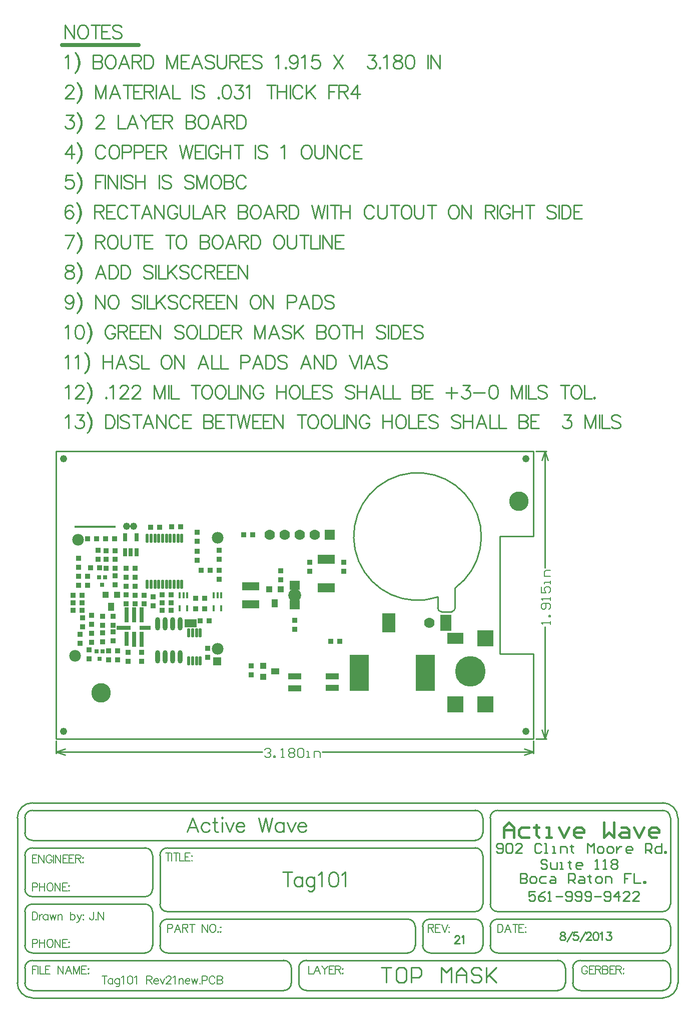
<source format=gts>
%FSLAX25Y25*%
%MOIN*%
G70*
G01*
G75*
G04 Layer_Color=8388736*
%ADD10R,0.08000X0.12000*%
%ADD11R,0.07000X0.10000*%
%ADD12R,0.11024X0.05512*%
%ADD13R,0.01378X0.03543*%
%ADD14R,0.01378X0.03543*%
%ADD15R,0.11811X0.23622*%
%ADD16R,0.03000X0.03000*%
%ADD17R,0.11000X0.04500*%
%ADD18R,0.03600X0.03600*%
%ADD19R,0.03600X0.05000*%
%ADD20R,0.02000X0.05000*%
%ADD21O,0.01600X0.06000*%
%ADD22R,0.02362X0.02362*%
%ADD23R,0.06299X0.05118*%
%ADD24O,0.01600X0.06000*%
%ADD25R,0.09000X0.02362*%
%ADD26R,0.02362X0.10000*%
%ADD27R,0.07000X0.02362*%
%ADD28R,0.02362X0.09000*%
%ADD29O,0.02400X0.08000*%
%ADD30R,0.10000X0.07000*%
%ADD31R,0.10000X0.10000*%
%ADD32C,0.01200*%
%ADD33R,0.03000X0.03000*%
%ADD34C,0.04000*%
%ADD35R,0.07400X0.04500*%
%ADD36R,0.03600X0.03600*%
%ADD37R,0.05000X0.03600*%
%ADD38R,0.08000X0.03500*%
%ADD39C,0.01000*%
%ADD40C,0.01500*%
%ADD41C,0.04000*%
%ADD42C,0.02500*%
%ADD43C,0.00600*%
%ADD44C,0.01600*%
%ADD45C,0.01400*%
%ADD46C,0.00800*%
%ADD47C,0.02000*%
%ADD48C,0.07400*%
%ADD49C,0.01200*%
%ADD50C,0.00900*%
%ADD51C,0.00500*%
%ADD52C,0.19500*%
%ADD53C,0.07000*%
%ADD54C,0.07800*%
%ADD55C,0.12200*%
%ADD56C,0.06200*%
%ADD57R,0.05000X0.05000*%
%ADD58R,0.06200X0.06200*%
%ADD59C,0.02800*%
%ADD60R,0.07000X0.07000*%
%ADD61C,0.03000*%
%ADD62C,0.00984*%
%ADD63C,0.00598*%
%ADD64R,0.27300X0.01800*%
%ADD65R,0.08800X0.12800*%
%ADD66R,0.07800X0.10800*%
%ADD67R,0.11824X0.06312*%
%ADD68R,0.01778X0.03943*%
%ADD69R,0.01778X0.03943*%
%ADD70R,0.12611X0.24422*%
%ADD71R,0.03800X0.03800*%
%ADD72R,0.11800X0.05300*%
%ADD73R,0.04400X0.04400*%
%ADD74R,0.04400X0.05800*%
%ADD75R,0.02800X0.05800*%
%ADD76O,0.02000X0.06400*%
%ADD77R,0.03162X0.03162*%
%ADD78R,0.07099X0.05918*%
%ADD79O,0.02000X0.06400*%
%ADD80R,0.09400X0.02762*%
%ADD81R,0.02762X0.10400*%
%ADD82R,0.07400X0.02762*%
%ADD83R,0.02762X0.09400*%
%ADD84O,0.03200X0.08800*%
%ADD85R,0.10800X0.07800*%
%ADD86R,0.10800X0.10800*%
%ADD87R,0.03800X0.03800*%
%ADD88C,0.04800*%
%ADD89R,0.08200X0.05300*%
%ADD90R,0.03400X0.03400*%
%ADD91R,0.03400X0.03400*%
%ADD92R,0.04400X0.04400*%
%ADD93R,0.05800X0.04400*%
%ADD94R,0.08800X0.04300*%
%ADD95C,0.20300*%
%ADD96C,0.08600*%
%ADD97C,0.13000*%
%ADD98R,0.05800X0.05800*%
D39*
X211800Y-157503D02*
X218464D01*
X215132D01*
Y-167500D01*
X226795Y-157503D02*
X223463D01*
X221797Y-159169D01*
Y-165834D01*
X223463Y-167500D01*
X226795D01*
X228461Y-165834D01*
Y-159169D01*
X226795Y-157503D01*
X231793Y-167500D02*
Y-157503D01*
X236792D01*
X238458Y-159169D01*
Y-162502D01*
X236792Y-164168D01*
X231793D01*
X251787Y-167500D02*
Y-157503D01*
X255119Y-160836D01*
X258452Y-157503D01*
Y-167500D01*
X261784D02*
Y-160836D01*
X265116Y-157503D01*
X268448Y-160836D01*
Y-167500D01*
Y-162502D01*
X261784D01*
X278445Y-159169D02*
X276779Y-157503D01*
X273447D01*
X271781Y-159169D01*
Y-160836D01*
X273447Y-162502D01*
X276779D01*
X278445Y-164168D01*
Y-165834D01*
X276779Y-167500D01*
X273447D01*
X271781Y-165834D01*
X281777Y-157503D02*
Y-167500D01*
Y-164168D01*
X288442Y-157503D01*
X283443Y-162502D01*
X288442Y-167500D01*
X313000Y-14900D02*
Y-6500D01*
X-5000Y-14900D02*
Y-6500D01*
X172494Y-13900D02*
X313000D01*
X-5000D02*
X132306D01*
X307000Y-11900D02*
X313000Y-13900D01*
X307000Y-15900D02*
X313000Y-13900D01*
X-5000D02*
X1000Y-15900D01*
X-5000Y-13900D02*
X1000Y-11900D01*
X314500Y186500D02*
X321600D01*
X314500Y-5000D02*
X321600D01*
X320600Y108744D02*
Y186500D01*
Y-5000D02*
Y69556D01*
X318600Y180500D02*
X320600Y186500D01*
X322600Y180500D01*
X320600Y-5000D02*
X322600Y1000D01*
X318600D02*
X320600Y-5000D01*
X260785Y95320D02*
G03*
X249300Y89401I-24985J34380D01*
G01*
X249300Y82000D02*
G03*
X251600Y79700I2300J0D01*
G01*
X258500D02*
G03*
X260800Y82000I0J2300D01*
G01*
X249300D02*
Y89400D01*
X251600Y79700D02*
X258500D01*
X260800Y82000D02*
Y95300D01*
X-5000Y186500D02*
X313000D01*
Y130000D02*
Y186500D01*
X290500Y51400D02*
Y130000D01*
X313000Y-5000D02*
Y51400D01*
X-5000Y-5000D02*
Y186500D01*
X290500Y51400D02*
X313000D01*
X290500Y130000D02*
X313000D01*
X-5000Y-5000D02*
X313000D01*
X404192Y-130118D02*
G03*
X399292Y-125218I-4900J0D01*
G01*
X289192D02*
G03*
X284192Y-130218I0J-5000D01*
G01*
X399192Y-120218D02*
G03*
X404192Y-115218I0J5000D01*
G01*
X284192D02*
G03*
X289192Y-120218I5000J0D01*
G01*
X-20808Y-47718D02*
G03*
X-30808Y-57718I0J-10000D01*
G01*
Y-167618D02*
G03*
X-20884Y-177716I10100J0D01*
G01*
X399192Y-177718D02*
G03*
X409192Y-167718I0J10000D01*
G01*
Y-57718D02*
G03*
X399192Y-47718I-10000J0D01*
G01*
X404192Y-57618D02*
G03*
X399121Y-52721I-4900J0D01*
G01*
X399192Y-147718D02*
G03*
X404192Y-142718I0J5000D01*
G01*
X404192Y-157630D02*
G03*
X399192Y-152717I-5000J-87D01*
G01*
Y-172718D02*
G03*
X404192Y-167718I0J5000D01*
G01*
X274192Y-147718D02*
G03*
X279192Y-142718I0J5000D01*
G01*
X284192Y-142818D02*
G03*
X289177Y-147717I4900J0D01*
G01*
X279192Y-130118D02*
G03*
X274292Y-125218I-4900J0D01*
G01*
X-25808Y-167718D02*
G03*
X-20895Y-172717I5000J0D01*
G01*
X274279Y-120218D02*
G03*
X279193Y-115218I-87J5000D01*
G01*
X-20808Y-152718D02*
G03*
X-25808Y-157718I0J-5000D01*
G01*
X279192Y-82718D02*
G03*
X274192Y-77718I-5000J0D01*
G01*
Y-72718D02*
G03*
X279192Y-67718I0J5000D01*
G01*
X289192Y-52718D02*
G03*
X284192Y-57718I0J-5000D01*
G01*
X279192D02*
G03*
X274192Y-52718I-5000J0D01*
G01*
X-20808D02*
G03*
X-25808Y-57718I0J-5000D01*
G01*
Y-67718D02*
G03*
X-20808Y-72718I5000J0D01*
G01*
Y-77718D02*
G03*
X-25808Y-82718I0J-5000D01*
G01*
Y-105218D02*
G03*
X-20808Y-110218I5000J0D01*
G01*
Y-115218D02*
G03*
X-25808Y-120218I0J-5000D01*
G01*
Y-142718D02*
G03*
X-20895Y-147717I5000J0D01*
G01*
X69192Y-77718D02*
G03*
X64192Y-82718I0J-5000D01*
G01*
X69192Y-125218D02*
G03*
X64192Y-130218I0J-5000D01*
G01*
X243992Y-125218D02*
G03*
X239199Y-130269I0J-4800D01*
G01*
X239192Y-142618D02*
G03*
X244203Y-147717I5100J0D01*
G01*
X229292Y-147718D02*
G03*
X234191Y-142732I0J4900D01*
G01*
X234192Y-130118D02*
G03*
X229292Y-125218I-4900J0D01*
G01*
X54292Y-147718D02*
G03*
X59192Y-142818I0J4900D01*
G01*
X64192D02*
G03*
X69092Y-147718I4900J0D01*
G01*
X64192Y-115318D02*
G03*
X69092Y-120218I4900J0D01*
G01*
X59192Y-120118D02*
G03*
X54121Y-115221I-4900J0D01*
G01*
X54392Y-110218D02*
G03*
X59192Y-105418I0J4800D01*
G01*
Y-82618D02*
G03*
X54292Y-77718I-4900J0D01*
G01*
X344192Y-152718D02*
G03*
X339192Y-157718I0J-5000D01*
G01*
Y-167818D02*
G03*
X344178Y-172717I4900J0D01*
G01*
X329308Y-172718D02*
G03*
X334190Y-167750I84J4800D01*
G01*
X334192Y-157718D02*
G03*
X329192Y-152718I-5000J0D01*
G01*
X156692Y-167718D02*
G03*
X161605Y-172717I5000J0D01*
G01*
X161692Y-152718D02*
G03*
X156692Y-157718I0J-5000D01*
G01*
X146808Y-172718D02*
G03*
X151690Y-167750I84J4800D01*
G01*
X151692Y-157718D02*
G03*
X146692Y-152718I-5000J0D01*
G01*
X404192Y-142718D02*
Y-130118D01*
X284192Y-142718D02*
Y-130218D01*
X404192Y-115218D02*
Y-57718D01*
X284192Y-115218D02*
Y-57718D01*
X-30808Y-167718D02*
Y-57718D01*
X-25808Y-167718D02*
Y-157718D01*
X404192Y-167718D02*
Y-157718D01*
X279192Y-142718D02*
Y-130218D01*
X239192Y-142718D02*
Y-130218D01*
X64192Y-142718D02*
Y-130218D01*
X234192Y-142718D02*
Y-130218D01*
X64192Y-115218D02*
Y-82718D01*
X279192Y-115218D02*
Y-82718D01*
Y-67718D02*
Y-57718D01*
X-25808Y-67718D02*
Y-57718D01*
X59192Y-105218D02*
Y-82718D01*
X-25808Y-105218D02*
Y-82718D01*
X59192Y-142718D02*
Y-120218D01*
X-25808Y-142718D02*
Y-120218D01*
X409192Y-167718D02*
Y-57718D01*
X339192Y-167718D02*
Y-157718D01*
X334192Y-167718D02*
Y-157718D01*
X156692Y-167718D02*
Y-157718D01*
X151692Y-167718D02*
Y-157718D01*
X289192Y-125218D02*
X399192D01*
X289192Y-120218D02*
X399192D01*
X69192D02*
X274192D01*
X289192Y-52718D02*
X399192D01*
X289192Y-147718D02*
X399192D01*
X244192Y-125218D02*
X274192D01*
X244192Y-147718D02*
X274192D01*
X69192D02*
X229192D01*
X69192Y-125218D02*
X229192D01*
X69192Y-77718D02*
X274192D01*
X-20808Y-72718D02*
X274192D01*
X-20808Y-77718D02*
X54192D01*
X-20808Y-110218D02*
X54192D01*
X-20808Y-115218D02*
X54192D01*
X-20808Y-147718D02*
X54192D01*
X-20808Y-47718D02*
X399192D01*
X-20808Y-177718D02*
X399192D01*
X-20808Y-52718D02*
X274192D01*
X344192Y-152718D02*
X399192D01*
X344192Y-172718D02*
X399192D01*
X161692Y-152718D02*
X329192D01*
X-20808D02*
X146692D01*
X-20808Y-172718D02*
X146692D01*
X161692D02*
X329192D01*
X322117Y-86358D02*
X321051Y-85292D01*
X318919D01*
X317852Y-86358D01*
Y-87424D01*
X318919Y-88491D01*
X321051D01*
X322117Y-89557D01*
Y-90623D01*
X321051Y-91690D01*
X318919D01*
X317852Y-90623D01*
X324250Y-87424D02*
Y-90623D01*
X325317Y-91690D01*
X328516D01*
Y-87424D01*
X330648Y-91690D02*
X332781D01*
X331714D01*
Y-87424D01*
X330648D01*
X337046Y-86358D02*
Y-87424D01*
X335980D01*
X338112D01*
X337046D01*
Y-90623D01*
X338112Y-91690D01*
X344510D02*
X342378D01*
X341311Y-90623D01*
Y-88491D01*
X342378Y-87424D01*
X344510D01*
X345577Y-88491D01*
Y-89557D01*
X341311D01*
X354107Y-91690D02*
X356240D01*
X355173D01*
Y-85292D01*
X354107Y-86358D01*
X359439Y-91690D02*
X361571D01*
X360505D01*
Y-85292D01*
X359439Y-86358D01*
X364770D02*
X365837Y-85292D01*
X367969D01*
X369036Y-86358D01*
Y-87424D01*
X367969Y-88491D01*
X369036Y-89557D01*
Y-90623D01*
X367969Y-91690D01*
X365837D01*
X364770Y-90623D01*
Y-89557D01*
X365837Y-88491D01*
X364770Y-87424D01*
Y-86358D01*
X365837Y-88491D02*
X367969D01*
X314118Y-106792D02*
X309852D01*
Y-109991D01*
X311985Y-108924D01*
X313051D01*
X314118Y-109991D01*
Y-112123D01*
X313051Y-113190D01*
X310919D01*
X309852Y-112123D01*
X320515Y-106792D02*
X318383Y-107858D01*
X316250Y-109991D01*
Y-112123D01*
X317317Y-113190D01*
X319449D01*
X320515Y-112123D01*
Y-111057D01*
X319449Y-109991D01*
X316250D01*
X322648Y-113190D02*
X324781D01*
X323714D01*
Y-106792D01*
X322648Y-107858D01*
X327980Y-109991D02*
X332245D01*
X334378Y-112123D02*
X335444Y-113190D01*
X337577D01*
X338643Y-112123D01*
Y-107858D01*
X337577Y-106792D01*
X335444D01*
X334378Y-107858D01*
Y-108924D01*
X335444Y-109991D01*
X338643D01*
X340776Y-112123D02*
X341842Y-113190D01*
X343974D01*
X345041Y-112123D01*
Y-107858D01*
X343974Y-106792D01*
X341842D01*
X340776Y-107858D01*
Y-108924D01*
X341842Y-109991D01*
X345041D01*
X347174Y-112123D02*
X348240Y-113190D01*
X350373D01*
X351439Y-112123D01*
Y-107858D01*
X350373Y-106792D01*
X348240D01*
X347174Y-107858D01*
Y-108924D01*
X348240Y-109991D01*
X351439D01*
X353571D02*
X357837D01*
X359969Y-112123D02*
X361036Y-113190D01*
X363168D01*
X364235Y-112123D01*
Y-107858D01*
X363168Y-106792D01*
X361036D01*
X359969Y-107858D01*
Y-108924D01*
X361036Y-109991D01*
X364235D01*
X369566Y-113190D02*
Y-106792D01*
X366367Y-109991D01*
X370633D01*
X377030Y-113190D02*
X372765D01*
X377030Y-108924D01*
Y-107858D01*
X375964Y-106792D01*
X373832D01*
X372765Y-107858D01*
X383428Y-113190D02*
X379163D01*
X383428Y-108924D01*
Y-107858D01*
X382362Y-106792D01*
X380229D01*
X379163Y-107858D01*
X288352Y-80123D02*
X289419Y-81190D01*
X291551D01*
X292618Y-80123D01*
Y-75858D01*
X291551Y-74792D01*
X289419D01*
X288352Y-75858D01*
Y-76925D01*
X289419Y-77991D01*
X292618D01*
X294750Y-75858D02*
X295816Y-74792D01*
X297949D01*
X299015Y-75858D01*
Y-80123D01*
X297949Y-81190D01*
X295816D01*
X294750Y-80123D01*
Y-75858D01*
X305413Y-81190D02*
X301148D01*
X305413Y-76925D01*
Y-75858D01*
X304347Y-74792D01*
X302214D01*
X301148Y-75858D01*
X318209D02*
X317143Y-74792D01*
X315010D01*
X313944Y-75858D01*
Y-80123D01*
X315010Y-81190D01*
X317143D01*
X318209Y-80123D01*
X320342Y-81190D02*
X322475D01*
X321408D01*
Y-74792D01*
X320342D01*
X325674Y-81190D02*
X327806D01*
X326740D01*
Y-76925D01*
X325674D01*
X331005Y-81190D02*
Y-76925D01*
X334204D01*
X335270Y-77991D01*
Y-81190D01*
X338469Y-75858D02*
Y-76925D01*
X337403D01*
X339536D01*
X338469D01*
Y-80123D01*
X339536Y-81190D01*
X349133D02*
Y-74792D01*
X351265Y-76925D01*
X353398Y-74792D01*
Y-81190D01*
X356597D02*
X358730D01*
X359796Y-80123D01*
Y-77991D01*
X358730Y-76925D01*
X356597D01*
X355531Y-77991D01*
Y-80123D01*
X356597Y-81190D01*
X362995D02*
X365127D01*
X366194Y-80123D01*
Y-77991D01*
X365127Y-76925D01*
X362995D01*
X361928Y-77991D01*
Y-80123D01*
X362995Y-81190D01*
X368326Y-76925D02*
Y-81190D01*
Y-79057D01*
X369393Y-77991D01*
X370459Y-76925D01*
X371525D01*
X377923Y-81190D02*
X375791D01*
X374724Y-80123D01*
Y-77991D01*
X375791Y-76925D01*
X377923D01*
X378990Y-77991D01*
Y-79057D01*
X374724D01*
X387520Y-81190D02*
Y-74792D01*
X390719D01*
X391785Y-75858D01*
Y-77991D01*
X390719Y-79057D01*
X387520D01*
X389653D02*
X391785Y-81190D01*
X398183Y-74792D02*
Y-81190D01*
X394984D01*
X393918Y-80123D01*
Y-77991D01*
X394984Y-76925D01*
X398183D01*
X400316Y-81190D02*
Y-80123D01*
X401382D01*
Y-81190D01*
X400316D01*
X304352Y-94792D02*
Y-101190D01*
X307551D01*
X308617Y-100123D01*
Y-99057D01*
X307551Y-97991D01*
X304352D01*
X307551D01*
X308617Y-96925D01*
Y-95858D01*
X307551Y-94792D01*
X304352D01*
X311817Y-101190D02*
X313949D01*
X315016Y-100123D01*
Y-97991D01*
X313949Y-96925D01*
X311817D01*
X310750Y-97991D01*
Y-100123D01*
X311817Y-101190D01*
X321413Y-96925D02*
X318214D01*
X317148Y-97991D01*
Y-100123D01*
X318214Y-101190D01*
X321413D01*
X324612Y-96925D02*
X326745D01*
X327811Y-97991D01*
Y-101190D01*
X324612D01*
X323546Y-100123D01*
X324612Y-99057D01*
X327811D01*
X336342Y-101190D02*
Y-94792D01*
X339541D01*
X340607Y-95858D01*
Y-97991D01*
X339541Y-99057D01*
X336342D01*
X338474D02*
X340607Y-101190D01*
X343806Y-96925D02*
X345939D01*
X347005Y-97991D01*
Y-101190D01*
X343806D01*
X342740Y-100123D01*
X343806Y-99057D01*
X347005D01*
X350204Y-95858D02*
Y-96925D01*
X349138D01*
X351270D01*
X350204D01*
Y-100123D01*
X351270Y-101190D01*
X355536D02*
X357668D01*
X358735Y-100123D01*
Y-97991D01*
X357668Y-96925D01*
X355536D01*
X354469Y-97991D01*
Y-100123D01*
X355536Y-101190D01*
X360867D02*
Y-96925D01*
X364066D01*
X365133Y-97991D01*
Y-101190D01*
X377928Y-94792D02*
X373663D01*
Y-97991D01*
X375796D01*
X373663D01*
Y-101190D01*
X380061Y-94792D02*
Y-101190D01*
X384326D01*
X386459D02*
Y-100123D01*
X387525D01*
Y-101190D01*
X386459D01*
X1060Y228934D02*
X1917Y229363D01*
X3202Y230648D01*
Y221650D01*
X8087Y228506D02*
Y228934D01*
X8515Y229791D01*
X8944Y230220D01*
X9801Y230648D01*
X11514D01*
X12371Y230220D01*
X12800Y229791D01*
X13228Y228934D01*
Y228077D01*
X12800Y227220D01*
X11943Y225935D01*
X7658Y221650D01*
X13657D01*
X15671Y232362D02*
X16528Y231505D01*
X17385Y230220D01*
X18242Y228506D01*
X18670Y226363D01*
Y224649D01*
X18242Y222507D01*
X17385Y220793D01*
X16528Y219508D01*
X15671Y218651D01*
X16528Y231505D02*
X17385Y229791D01*
X17813Y228506D01*
X18242Y226363D01*
Y224649D01*
X17813Y222507D01*
X17385Y221221D01*
X16528Y219508D01*
X28354Y222507D02*
X27925Y222078D01*
X28354Y221650D01*
X28782Y222078D01*
X28354Y222507D01*
X30753Y228934D02*
X31610Y229363D01*
X32896Y230648D01*
Y221650D01*
X37780Y228506D02*
Y228934D01*
X38209Y229791D01*
X38637Y230220D01*
X39494Y230648D01*
X41208D01*
X42065Y230220D01*
X42494Y229791D01*
X42922Y228934D01*
Y228077D01*
X42494Y227220D01*
X41637Y225935D01*
X37352Y221650D01*
X43351D01*
X45793Y228506D02*
Y228934D01*
X46221Y229791D01*
X46650Y230220D01*
X47507Y230648D01*
X49221D01*
X50078Y230220D01*
X50506Y229791D01*
X50935Y228934D01*
Y228077D01*
X50506Y227220D01*
X49649Y225935D01*
X45364Y221650D01*
X51363D01*
X60447Y230648D02*
Y221650D01*
Y230648D02*
X63875Y221650D01*
X67303Y230648D02*
X63875Y221650D01*
X67303Y230648D02*
Y221650D01*
X69873Y230648D02*
Y221650D01*
X71759Y230648D02*
Y221650D01*
X76901D01*
X87955Y230648D02*
Y221650D01*
X84956Y230648D02*
X90955D01*
X94597D02*
X93740Y230220D01*
X92883Y229363D01*
X92454Y228506D01*
X92026Y227220D01*
Y225078D01*
X92454Y223792D01*
X92883Y222935D01*
X93740Y222078D01*
X94597Y221650D01*
X96311D01*
X97168Y222078D01*
X98025Y222935D01*
X98453Y223792D01*
X98882Y225078D01*
Y227220D01*
X98453Y228506D01*
X98025Y229363D01*
X97168Y230220D01*
X96311Y230648D01*
X94597D01*
X103552D02*
X102695Y230220D01*
X101838Y229363D01*
X101410Y228506D01*
X100981Y227220D01*
Y225078D01*
X101410Y223792D01*
X101838Y222935D01*
X102695Y222078D01*
X103552Y221650D01*
X105266D01*
X106123Y222078D01*
X106980Y222935D01*
X107408Y223792D01*
X107837Y225078D01*
Y227220D01*
X107408Y228506D01*
X106980Y229363D01*
X106123Y230220D01*
X105266Y230648D01*
X103552D01*
X109936D02*
Y221650D01*
X115078D01*
X116064Y230648D02*
Y221650D01*
X117949Y230648D02*
Y221650D01*
Y230648D02*
X123948Y221650D01*
Y230648D02*
Y221650D01*
X132860Y228506D02*
X132431Y229363D01*
X131574Y230220D01*
X130718Y230648D01*
X129004D01*
X128147Y230220D01*
X127290Y229363D01*
X126861Y228506D01*
X126433Y227220D01*
Y225078D01*
X126861Y223792D01*
X127290Y222935D01*
X128147Y222078D01*
X129004Y221650D01*
X130718D01*
X131574Y222078D01*
X132431Y222935D01*
X132860Y223792D01*
Y225078D01*
X130718D02*
X132860D01*
X141987Y230648D02*
Y221650D01*
X147985Y230648D02*
Y221650D01*
X141987Y226363D02*
X147985D01*
X153041Y230648D02*
X152184Y230220D01*
X151327Y229363D01*
X150899Y228506D01*
X150470Y227220D01*
Y225078D01*
X150899Y223792D01*
X151327Y222935D01*
X152184Y222078D01*
X153041Y221650D01*
X154755D01*
X155612Y222078D01*
X156469Y222935D01*
X156898Y223792D01*
X157326Y225078D01*
Y227220D01*
X156898Y228506D01*
X156469Y229363D01*
X155612Y230220D01*
X154755Y230648D01*
X153041D01*
X159426D02*
Y221650D01*
X164567D01*
X171123Y230648D02*
X165553D01*
Y221650D01*
X171123D01*
X165553Y226363D02*
X168981D01*
X178622Y229363D02*
X177765Y230220D01*
X176479Y230648D01*
X174765D01*
X173480Y230220D01*
X172623Y229363D01*
Y228506D01*
X173051Y227649D01*
X173480Y227220D01*
X174337Y226792D01*
X176908Y225935D01*
X177765Y225506D01*
X178193Y225078D01*
X178622Y224221D01*
Y222935D01*
X177765Y222078D01*
X176479Y221650D01*
X174765D01*
X173480Y222078D01*
X172623Y222935D01*
X193704Y229363D02*
X192847Y230220D01*
X191562Y230648D01*
X189848D01*
X188562Y230220D01*
X187705Y229363D01*
Y228506D01*
X188134Y227649D01*
X188562Y227220D01*
X189419Y226792D01*
X191990Y225935D01*
X192847Y225506D01*
X193276Y225078D01*
X193704Y224221D01*
Y222935D01*
X192847Y222078D01*
X191562Y221650D01*
X189848D01*
X188562Y222078D01*
X187705Y222935D01*
X195718Y230648D02*
Y221650D01*
X201717Y230648D02*
Y221650D01*
X195718Y226363D02*
X201717D01*
X211057Y221650D02*
X207630Y230648D01*
X204202Y221650D01*
X205487Y224649D02*
X209772D01*
X213157Y230648D02*
Y221650D01*
X218299D01*
X219284Y230648D02*
Y221650D01*
X224426D01*
X232482Y230648D02*
Y221650D01*
Y230648D02*
X236338D01*
X237623Y230220D01*
X238052Y229791D01*
X238480Y228934D01*
Y228077D01*
X238052Y227220D01*
X237623Y226792D01*
X236338Y226363D01*
X232482D02*
X236338D01*
X237623Y225935D01*
X238052Y225506D01*
X238480Y224649D01*
Y223364D01*
X238052Y222507D01*
X237623Y222078D01*
X236338Y221650D01*
X232482D01*
X246064Y230648D02*
X240494D01*
Y221650D01*
X246064D01*
X240494Y226363D02*
X243922D01*
X258490Y229363D02*
Y221650D01*
X254634Y225506D02*
X262347D01*
X265860Y230648D02*
X270573D01*
X268002Y227220D01*
X269288D01*
X270145Y226792D01*
X270573Y226363D01*
X271002Y225078D01*
Y224221D01*
X270573Y222935D01*
X269716Y222078D01*
X268431Y221650D01*
X267145D01*
X265860Y222078D01*
X265432Y222507D01*
X265003Y223364D01*
X273016Y225506D02*
X280728D01*
X285956Y230648D02*
X284670Y230220D01*
X283813Y228934D01*
X283385Y226792D01*
Y225506D01*
X283813Y223364D01*
X284670Y222078D01*
X285956Y221650D01*
X286813D01*
X288098Y222078D01*
X288955Y223364D01*
X289384Y225506D01*
Y226792D01*
X288955Y228934D01*
X288098Y230220D01*
X286813Y230648D01*
X285956D01*
X298467D02*
Y221650D01*
Y230648D02*
X301895Y221650D01*
X305323Y230648D02*
X301895Y221650D01*
X305323Y230648D02*
Y221650D01*
X307894Y230648D02*
Y221650D01*
X309779Y230648D02*
Y221650D01*
X314921D01*
X321905Y229363D02*
X321048Y230220D01*
X319763Y230648D01*
X318049D01*
X316763Y230220D01*
X315906Y229363D01*
Y228506D01*
X316335Y227649D01*
X316763Y227220D01*
X317620Y226792D01*
X320191Y225935D01*
X321048Y225506D01*
X321477Y225078D01*
X321905Y224221D01*
Y222935D01*
X321048Y222078D01*
X319763Y221650D01*
X318049D01*
X316763Y222078D01*
X315906Y222935D01*
X333988Y230648D02*
Y221650D01*
X330989Y230648D02*
X336988D01*
X340630D02*
X339773Y230220D01*
X338916Y229363D01*
X338487Y228506D01*
X338059Y227220D01*
Y225078D01*
X338487Y223792D01*
X338916Y222935D01*
X339773Y222078D01*
X340630Y221650D01*
X342344D01*
X343201Y222078D01*
X344057Y222935D01*
X344486Y223792D01*
X344915Y225078D01*
Y227220D01*
X344486Y228506D01*
X344057Y229363D01*
X343201Y230220D01*
X342344Y230648D01*
X340630D01*
X347014D02*
Y221650D01*
X352156D01*
X353570Y222507D02*
X353141Y222078D01*
X353570Y221650D01*
X353998Y222078D01*
X353570Y222507D01*
X960Y448834D02*
X1817Y449263D01*
X3102Y450548D01*
Y441550D01*
X7558Y452262D02*
X8415Y451405D01*
X9272Y450120D01*
X10129Y448406D01*
X10558Y446263D01*
Y444549D01*
X10129Y442407D01*
X9272Y440693D01*
X8415Y439408D01*
X7558Y438551D01*
X8415Y451405D02*
X9272Y449691D01*
X9701Y448406D01*
X10129Y446263D01*
Y444549D01*
X9701Y442407D01*
X9272Y441121D01*
X8415Y439408D01*
X19813Y450548D02*
Y441550D01*
Y450548D02*
X23669D01*
X24954Y450120D01*
X25383Y449691D01*
X25811Y448834D01*
Y447977D01*
X25383Y447120D01*
X24954Y446692D01*
X23669Y446263D01*
X19813D02*
X23669D01*
X24954Y445835D01*
X25383Y445406D01*
X25811Y444549D01*
Y443264D01*
X25383Y442407D01*
X24954Y441979D01*
X23669Y441550D01*
X19813D01*
X30396Y450548D02*
X29539Y450120D01*
X28682Y449263D01*
X28254Y448406D01*
X27825Y447120D01*
Y444978D01*
X28254Y443692D01*
X28682Y442835D01*
X29539Y441979D01*
X30396Y441550D01*
X32110D01*
X32967Y441979D01*
X33824Y442835D01*
X34253Y443692D01*
X34681Y444978D01*
Y447120D01*
X34253Y448406D01*
X33824Y449263D01*
X32967Y450120D01*
X32110Y450548D01*
X30396D01*
X43636Y441550D02*
X40208Y450548D01*
X36781Y441550D01*
X38066Y444549D02*
X42351D01*
X45736Y450548D02*
Y441550D01*
Y450548D02*
X49592D01*
X50877Y450120D01*
X51306Y449691D01*
X51734Y448834D01*
Y447977D01*
X51306Y447120D01*
X50877Y446692D01*
X49592Y446263D01*
X45736D01*
X48735D02*
X51734Y441550D01*
X53748Y450548D02*
Y441550D01*
Y450548D02*
X56748D01*
X58033Y450120D01*
X58890Y449263D01*
X59319Y448406D01*
X59747Y447120D01*
Y444978D01*
X59319Y443692D01*
X58890Y442835D01*
X58033Y441979D01*
X56748Y441550D01*
X53748D01*
X68831Y450548D02*
Y441550D01*
Y450548D02*
X72259Y441550D01*
X75686Y450548D02*
X72259Y441550D01*
X75686Y450548D02*
Y441550D01*
X83828Y450548D02*
X78257D01*
Y441550D01*
X83828D01*
X78257Y446263D02*
X81685D01*
X92183Y441550D02*
X88755Y450548D01*
X85327Y441550D01*
X86613Y444549D02*
X90898D01*
X100281Y449263D02*
X99424Y450120D01*
X98139Y450548D01*
X96425D01*
X95139Y450120D01*
X94282Y449263D01*
Y448406D01*
X94711Y447549D01*
X95139Y447120D01*
X95996Y446692D01*
X98567Y445835D01*
X99424Y445406D01*
X99853Y444978D01*
X100281Y444121D01*
Y442835D01*
X99424Y441979D01*
X98139Y441550D01*
X96425D01*
X95139Y441979D01*
X94282Y442835D01*
X102295Y450548D02*
Y444121D01*
X102724Y442835D01*
X103580Y441979D01*
X104866Y441550D01*
X105723D01*
X107008Y441979D01*
X107865Y442835D01*
X108294Y444121D01*
Y450548D01*
X110779D02*
Y441550D01*
Y450548D02*
X114635D01*
X115921Y450120D01*
X116349Y449691D01*
X116778Y448834D01*
Y447977D01*
X116349Y447120D01*
X115921Y446692D01*
X114635Y446263D01*
X110779D01*
X113778D02*
X116778Y441550D01*
X124362Y450548D02*
X118791D01*
Y441550D01*
X124362D01*
X118791Y446263D02*
X122219D01*
X131860Y449263D02*
X131003Y450120D01*
X129718Y450548D01*
X128004D01*
X126718Y450120D01*
X125861Y449263D01*
Y448406D01*
X126290Y447549D01*
X126718Y447120D01*
X127575Y446692D01*
X130146Y445835D01*
X131003Y445406D01*
X131432Y444978D01*
X131860Y444121D01*
Y442835D01*
X131003Y441979D01*
X129718Y441550D01*
X128004D01*
X126718Y441979D01*
X125861Y442835D01*
X140944Y448834D02*
X141801Y449263D01*
X143086Y450548D01*
Y441550D01*
X147971Y442407D02*
X147543Y441979D01*
X147971Y441550D01*
X148399Y441979D01*
X147971Y442407D01*
X155941Y447549D02*
X155512Y446263D01*
X154655Y445406D01*
X153370Y444978D01*
X152941D01*
X151656Y445406D01*
X150799Y446263D01*
X150370Y447549D01*
Y447977D01*
X150799Y449263D01*
X151656Y450120D01*
X152941Y450548D01*
X153370D01*
X154655Y450120D01*
X155512Y449263D01*
X155941Y447549D01*
Y445406D01*
X155512Y443264D01*
X154655Y441979D01*
X153370Y441550D01*
X152513D01*
X151227Y441979D01*
X150799Y442835D01*
X158383Y448834D02*
X159240Y449263D01*
X160525Y450548D01*
Y441550D01*
X170123Y450548D02*
X165839D01*
X165410Y446692D01*
X165839Y447120D01*
X167124Y447549D01*
X168409D01*
X169695Y447120D01*
X170552Y446263D01*
X170980Y444978D01*
Y444121D01*
X170552Y442835D01*
X169695Y441979D01*
X168409Y441550D01*
X167124D01*
X165839Y441979D01*
X165410Y442407D01*
X164982Y443264D01*
X180064Y450548D02*
X186063Y441550D01*
Y450548D02*
X180064Y441550D01*
X203073Y450548D02*
X207787D01*
X205216Y447120D01*
X206501D01*
X207358Y446692D01*
X207787Y446263D01*
X208215Y444978D01*
Y444121D01*
X207787Y442835D01*
X206930Y441979D01*
X205644Y441550D01*
X204359D01*
X203073Y441979D01*
X202645Y442407D01*
X202217Y443264D01*
X210658Y442407D02*
X210229Y441979D01*
X210658Y441550D01*
X211086Y441979D01*
X210658Y442407D01*
X213057Y448834D02*
X213914Y449263D01*
X215199Y450548D01*
Y441550D01*
X221798Y450548D02*
X220513Y450120D01*
X220084Y449263D01*
Y448406D01*
X220513Y447549D01*
X221370Y447120D01*
X223083Y446692D01*
X224369Y446263D01*
X225226Y445406D01*
X225654Y444549D01*
Y443264D01*
X225226Y442407D01*
X224797Y441979D01*
X223512Y441550D01*
X221798D01*
X220513Y441979D01*
X220084Y442407D01*
X219656Y443264D01*
Y444549D01*
X220084Y445406D01*
X220941Y446263D01*
X222227Y446692D01*
X223940Y447120D01*
X224797Y447549D01*
X225226Y448406D01*
Y449263D01*
X224797Y450120D01*
X223512Y450548D01*
X221798D01*
X230239D02*
X228954Y450120D01*
X228097Y448834D01*
X227668Y446692D01*
Y445406D01*
X228097Y443264D01*
X228954Y441979D01*
X230239Y441550D01*
X231096D01*
X232381Y441979D01*
X233238Y443264D01*
X233667Y445406D01*
Y446692D01*
X233238Y448834D01*
X232381Y450120D01*
X231096Y450548D01*
X230239D01*
X242751D02*
Y441550D01*
X244636Y450548D02*
Y441550D01*
Y450548D02*
X250635Y441550D01*
Y450548D02*
Y441550D01*
X960Y470548D02*
Y461550D01*
Y470548D02*
X6958Y461550D01*
Y470548D02*
Y461550D01*
X12014Y470548D02*
X11157Y470120D01*
X10300Y469263D01*
X9872Y468406D01*
X9443Y467120D01*
Y464978D01*
X9872Y463692D01*
X10300Y462835D01*
X11157Y461978D01*
X12014Y461550D01*
X13728D01*
X14585Y461978D01*
X15442Y462835D01*
X15871Y463692D01*
X16299Y464978D01*
Y467120D01*
X15871Y468406D01*
X15442Y469263D01*
X14585Y470120D01*
X13728Y470548D01*
X12014D01*
X21398D02*
Y461550D01*
X18399Y470548D02*
X24397D01*
X31039D02*
X25469D01*
Y461550D01*
X31039D01*
X25469Y466263D02*
X28896D01*
X38537Y469263D02*
X37680Y470120D01*
X36395Y470548D01*
X34681D01*
X33395Y470120D01*
X32539Y469263D01*
Y468406D01*
X32967Y467549D01*
X33395Y467120D01*
X34253Y466692D01*
X36823Y465835D01*
X37680Y465406D01*
X38109Y464978D01*
X38537Y464121D01*
Y462835D01*
X37680Y461978D01*
X36395Y461550D01*
X34681D01*
X33395Y461978D01*
X32539Y462835D01*
X960Y268834D02*
X1817Y269263D01*
X3102Y270548D01*
Y261550D01*
X10129Y270548D02*
X8844Y270120D01*
X7987Y268834D01*
X7558Y266692D01*
Y265406D01*
X7987Y263264D01*
X8844Y261979D01*
X10129Y261550D01*
X10986D01*
X12271Y261979D01*
X13128Y263264D01*
X13557Y265406D01*
Y266692D01*
X13128Y268834D01*
X12271Y270120D01*
X10986Y270548D01*
X10129D01*
X15571Y272262D02*
X16428Y271405D01*
X17285Y270120D01*
X18142Y268406D01*
X18570Y266263D01*
Y264549D01*
X18142Y262407D01*
X17285Y260693D01*
X16428Y259408D01*
X15571Y258551D01*
X16428Y271405D02*
X17285Y269691D01*
X17713Y268406D01*
X18142Y266263D01*
Y264549D01*
X17713Y262407D01*
X17285Y261122D01*
X16428Y259408D01*
X34253Y268406D02*
X33824Y269263D01*
X32967Y270120D01*
X32110Y270548D01*
X30396D01*
X29539Y270120D01*
X28682Y269263D01*
X28254Y268406D01*
X27825Y267120D01*
Y264978D01*
X28254Y263692D01*
X28682Y262835D01*
X29539Y261979D01*
X30396Y261550D01*
X32110D01*
X32967Y261979D01*
X33824Y262835D01*
X34253Y263692D01*
Y264978D01*
X32110D02*
X34253D01*
X36309Y270548D02*
Y261550D01*
Y270548D02*
X40165D01*
X41451Y270120D01*
X41879Y269691D01*
X42308Y268834D01*
Y267977D01*
X41879Y267120D01*
X41451Y266692D01*
X40165Y266263D01*
X36309D01*
X39309D02*
X42308Y261550D01*
X49892Y270548D02*
X44322D01*
Y261550D01*
X49892D01*
X44322Y266263D02*
X47750D01*
X56962Y270548D02*
X51392D01*
Y261550D01*
X56962D01*
X51392Y266263D02*
X54820D01*
X58462Y270548D02*
Y261550D01*
Y270548D02*
X64460Y261550D01*
Y270548D02*
Y261550D01*
X80014Y269263D02*
X79157Y270120D01*
X77872Y270548D01*
X76158D01*
X74872Y270120D01*
X74015Y269263D01*
Y268406D01*
X74444Y267549D01*
X74872Y267120D01*
X75729Y266692D01*
X78300Y265835D01*
X79157Y265406D01*
X79586Y264978D01*
X80014Y264121D01*
Y262835D01*
X79157Y261979D01*
X77872Y261550D01*
X76158D01*
X74872Y261979D01*
X74015Y262835D01*
X84599Y270548D02*
X83742Y270120D01*
X82885Y269263D01*
X82456Y268406D01*
X82028Y267120D01*
Y264978D01*
X82456Y263692D01*
X82885Y262835D01*
X83742Y261979D01*
X84599Y261550D01*
X86313D01*
X87170Y261979D01*
X88027Y262835D01*
X88455Y263692D01*
X88884Y264978D01*
Y267120D01*
X88455Y268406D01*
X88027Y269263D01*
X87170Y270120D01*
X86313Y270548D01*
X84599D01*
X90983D02*
Y261550D01*
X96125D01*
X97110Y270548D02*
Y261550D01*
Y270548D02*
X100110D01*
X101395Y270120D01*
X102252Y269263D01*
X102681Y268406D01*
X103109Y267120D01*
Y264978D01*
X102681Y263692D01*
X102252Y262835D01*
X101395Y261979D01*
X100110Y261550D01*
X97110D01*
X110693Y270548D02*
X105123D01*
Y261550D01*
X110693D01*
X105123Y266263D02*
X108551D01*
X112193Y270548D02*
Y261550D01*
Y270548D02*
X116049D01*
X117335Y270120D01*
X117763Y269691D01*
X118192Y268834D01*
Y267977D01*
X117763Y267120D01*
X117335Y266692D01*
X116049Y266263D01*
X112193D01*
X115192D02*
X118192Y261550D01*
X127275Y270548D02*
Y261550D01*
Y270548D02*
X130703Y261550D01*
X134131Y270548D02*
X130703Y261550D01*
X134131Y270548D02*
Y261550D01*
X143558D02*
X140130Y270548D01*
X136702Y261550D01*
X137987Y264549D02*
X142272D01*
X151656Y269263D02*
X150799Y270120D01*
X149513Y270548D01*
X147800D01*
X146514Y270120D01*
X145657Y269263D01*
Y268406D01*
X146086Y267549D01*
X146514Y267120D01*
X147371Y266692D01*
X149942Y265835D01*
X150799Y265406D01*
X151227Y264978D01*
X151656Y264121D01*
Y262835D01*
X150799Y261979D01*
X149513Y261550D01*
X147800D01*
X146514Y261979D01*
X145657Y262835D01*
X153670Y270548D02*
Y261550D01*
X159668Y270548D02*
X153670Y264549D01*
X155812Y266692D02*
X159668Y261550D01*
X168752Y270548D02*
Y261550D01*
Y270548D02*
X172608D01*
X173894Y270120D01*
X174322Y269691D01*
X174751Y268834D01*
Y267977D01*
X174322Y267120D01*
X173894Y266692D01*
X172608Y266263D01*
X168752D02*
X172608D01*
X173894Y265835D01*
X174322Y265406D01*
X174751Y264549D01*
Y263264D01*
X174322Y262407D01*
X173894Y261979D01*
X172608Y261550D01*
X168752D01*
X179336Y270548D02*
X178479Y270120D01*
X177622Y269263D01*
X177193Y268406D01*
X176765Y267120D01*
Y264978D01*
X177193Y263692D01*
X177622Y262835D01*
X178479Y261979D01*
X179336Y261550D01*
X181050D01*
X181906Y261979D01*
X182764Y262835D01*
X183192Y263692D01*
X183620Y264978D01*
Y267120D01*
X183192Y268406D01*
X182764Y269263D01*
X181906Y270120D01*
X181050Y270548D01*
X179336D01*
X188719D02*
Y261550D01*
X185720Y270548D02*
X191719D01*
X192790D02*
Y261550D01*
X198789Y270548D02*
Y261550D01*
X192790Y266263D02*
X198789D01*
X214342Y269263D02*
X213486Y270120D01*
X212200Y270548D01*
X210486D01*
X209201Y270120D01*
X208344Y269263D01*
Y268406D01*
X208772Y267549D01*
X209201Y267120D01*
X210058Y266692D01*
X212629Y265835D01*
X213486Y265406D01*
X213914Y264978D01*
X214342Y264121D01*
Y262835D01*
X213486Y261979D01*
X212200Y261550D01*
X210486D01*
X209201Y261979D01*
X208344Y262835D01*
X216356Y270548D02*
Y261550D01*
X218242Y270548D02*
Y261550D01*
Y270548D02*
X221241D01*
X222526Y270120D01*
X223383Y269263D01*
X223812Y268406D01*
X224240Y267120D01*
Y264978D01*
X223812Y263692D01*
X223383Y262835D01*
X222526Y261979D01*
X221241Y261550D01*
X218242D01*
X231824Y270548D02*
X226254D01*
Y261550D01*
X231824D01*
X226254Y266263D02*
X229682D01*
X239323Y269263D02*
X238466Y270120D01*
X237180Y270548D01*
X235467D01*
X234181Y270120D01*
X233324Y269263D01*
Y268406D01*
X233753Y267549D01*
X234181Y267120D01*
X235038Y266692D01*
X237609Y265835D01*
X238466Y265406D01*
X238894Y264978D01*
X239323Y264121D01*
Y262835D01*
X238466Y261979D01*
X237180Y261550D01*
X235467D01*
X234181Y261979D01*
X233324Y262835D01*
X1817Y410548D02*
X6530D01*
X3959Y407120D01*
X5244D01*
X6101Y406692D01*
X6530Y406263D01*
X6958Y404978D01*
Y404121D01*
X6530Y402835D01*
X5673Y401978D01*
X4388Y401550D01*
X3102D01*
X1817Y401978D01*
X1388Y402407D01*
X960Y403264D01*
X8972Y412262D02*
X9829Y411405D01*
X10686Y410120D01*
X11543Y408406D01*
X11972Y406263D01*
Y404549D01*
X11543Y402407D01*
X10686Y400693D01*
X9829Y399408D01*
X8972Y398551D01*
X9829Y411405D02*
X10686Y409691D01*
X11115Y408406D01*
X11543Y406263D01*
Y404549D01*
X11115Y402407D01*
X10686Y401122D01*
X9829Y399408D01*
X21655Y408406D02*
Y408834D01*
X22084Y409691D01*
X22512Y410120D01*
X23369Y410548D01*
X25083D01*
X25940Y410120D01*
X26368Y409691D01*
X26797Y408834D01*
Y407977D01*
X26368Y407120D01*
X25512Y405835D01*
X21227Y401550D01*
X27225D01*
X36309Y410548D02*
Y401550D01*
X41451D01*
X49292D02*
X45864Y410548D01*
X42437Y401550D01*
X43722Y404549D02*
X48007D01*
X51392Y410548D02*
X54820Y406263D01*
Y401550D01*
X58247Y410548D02*
X54820Y406263D01*
X64974Y410548D02*
X59404D01*
Y401550D01*
X64974D01*
X59404Y406263D02*
X62832D01*
X66474Y410548D02*
Y401550D01*
Y410548D02*
X70331D01*
X71616Y410120D01*
X72044Y409691D01*
X72473Y408834D01*
Y407977D01*
X72044Y407120D01*
X71616Y406692D01*
X70331Y406263D01*
X66474D01*
X69473D02*
X72473Y401550D01*
X81557Y410548D02*
Y401550D01*
Y410548D02*
X85413D01*
X86698Y410120D01*
X87127Y409691D01*
X87555Y408834D01*
Y407977D01*
X87127Y407120D01*
X86698Y406692D01*
X85413Y406263D01*
X81557D02*
X85413D01*
X86698Y405835D01*
X87127Y405406D01*
X87555Y404549D01*
Y403264D01*
X87127Y402407D01*
X86698Y401978D01*
X85413Y401550D01*
X81557D01*
X92140Y410548D02*
X91283Y410120D01*
X90426Y409263D01*
X89998Y408406D01*
X89569Y407120D01*
Y404978D01*
X89998Y403692D01*
X90426Y402835D01*
X91283Y401978D01*
X92140Y401550D01*
X93854D01*
X94711Y401978D01*
X95568Y402835D01*
X95996Y403692D01*
X96425Y404978D01*
Y407120D01*
X95996Y408406D01*
X95568Y409263D01*
X94711Y410120D01*
X93854Y410548D01*
X92140D01*
X105380Y401550D02*
X101952Y410548D01*
X98524Y401550D01*
X99810Y404549D02*
X104095D01*
X107480Y410548D02*
Y401550D01*
Y410548D02*
X111336D01*
X112621Y410120D01*
X113050Y409691D01*
X113478Y408834D01*
Y407977D01*
X113050Y407120D01*
X112621Y406692D01*
X111336Y406263D01*
X107480D01*
X110479D02*
X113478Y401550D01*
X115492Y410548D02*
Y401550D01*
Y410548D02*
X118492D01*
X119777Y410120D01*
X120634Y409263D01*
X121062Y408406D01*
X121491Y407120D01*
Y404978D01*
X121062Y403692D01*
X120634Y402835D01*
X119777Y401978D01*
X118492Y401550D01*
X115492D01*
X5244Y390548D02*
X960Y384549D01*
X7387D01*
X5244Y390548D02*
Y381550D01*
X8972Y392262D02*
X9829Y391405D01*
X10686Y390120D01*
X11543Y388406D01*
X11971Y386263D01*
Y384549D01*
X11543Y382407D01*
X10686Y380693D01*
X9829Y379408D01*
X8972Y378551D01*
X9829Y391405D02*
X10686Y389691D01*
X11115Y388406D01*
X11543Y386263D01*
Y384549D01*
X11115Y382407D01*
X10686Y381121D01*
X9829Y379408D01*
X27654Y388406D02*
X27225Y389263D01*
X26368Y390120D01*
X25512Y390548D01*
X23798D01*
X22941Y390120D01*
X22084Y389263D01*
X21655Y388406D01*
X21227Y387120D01*
Y384978D01*
X21655Y383692D01*
X22084Y382835D01*
X22941Y381979D01*
X23798Y381550D01*
X25512D01*
X26368Y381979D01*
X27225Y382835D01*
X27654Y383692D01*
X32753Y390548D02*
X31896Y390120D01*
X31039Y389263D01*
X30610Y388406D01*
X30182Y387120D01*
Y384978D01*
X30610Y383692D01*
X31039Y382835D01*
X31896Y381979D01*
X32753Y381550D01*
X34467D01*
X35324Y381979D01*
X36181Y382835D01*
X36609Y383692D01*
X37038Y384978D01*
Y387120D01*
X36609Y388406D01*
X36181Y389263D01*
X35324Y390120D01*
X34467Y390548D01*
X32753D01*
X39137Y385835D02*
X42993D01*
X44279Y386263D01*
X44707Y386692D01*
X45136Y387549D01*
Y388834D01*
X44707Y389691D01*
X44279Y390120D01*
X42993Y390548D01*
X39137D01*
Y381550D01*
X47150Y385835D02*
X51006D01*
X52291Y386263D01*
X52720Y386692D01*
X53148Y387549D01*
Y388834D01*
X52720Y389691D01*
X52291Y390120D01*
X51006Y390548D01*
X47150D01*
Y381550D01*
X60733Y390548D02*
X55162D01*
Y381550D01*
X60733D01*
X55162Y386263D02*
X58590D01*
X62232Y390548D02*
Y381550D01*
Y390548D02*
X66088D01*
X67374Y390120D01*
X67802Y389691D01*
X68231Y388834D01*
Y387977D01*
X67802Y387120D01*
X67374Y386692D01*
X66088Y386263D01*
X62232D01*
X65232D02*
X68231Y381550D01*
X77315Y390548D02*
X79457Y381550D01*
X81599Y390548D02*
X79457Y381550D01*
X81599Y390548D02*
X83742Y381550D01*
X85884Y390548D02*
X83742Y381550D01*
X93254Y390548D02*
X87684D01*
Y381550D01*
X93254D01*
X87684Y386263D02*
X91112D01*
X94754Y390548D02*
Y381550D01*
X103066Y388406D02*
X102638Y389263D01*
X101781Y390120D01*
X100924Y390548D01*
X99210D01*
X98353Y390120D01*
X97496Y389263D01*
X97068Y388406D01*
X96639Y387120D01*
Y384978D01*
X97068Y383692D01*
X97496Y382835D01*
X98353Y381979D01*
X99210Y381550D01*
X100924D01*
X101781Y381979D01*
X102638Y382835D01*
X103066Y383692D01*
Y384978D01*
X100924D02*
X103066D01*
X105123Y390548D02*
Y381550D01*
X111122Y390548D02*
Y381550D01*
X105123Y386263D02*
X111122D01*
X116606Y390548D02*
Y381550D01*
X113607Y390548D02*
X119606D01*
X127747D02*
Y381550D01*
X135631Y389263D02*
X134774Y390120D01*
X133488Y390548D01*
X131774D01*
X130489Y390120D01*
X129632Y389263D01*
Y388406D01*
X130061Y387549D01*
X130489Y387120D01*
X131346Y386692D01*
X133917Y385835D01*
X134774Y385406D01*
X135202Y384978D01*
X135631Y384121D01*
Y382835D01*
X134774Y381979D01*
X133488Y381550D01*
X131774D01*
X130489Y381979D01*
X129632Y382835D01*
X144714Y388834D02*
X145571Y389263D01*
X146857Y390548D01*
Y381550D01*
X160954Y390548D02*
X160097Y390120D01*
X159240Y389263D01*
X158811Y388406D01*
X158383Y387120D01*
Y384978D01*
X158811Y383692D01*
X159240Y382835D01*
X160097Y381979D01*
X160954Y381550D01*
X162668D01*
X163525Y381979D01*
X164382Y382835D01*
X164810Y383692D01*
X165239Y384978D01*
Y387120D01*
X164810Y388406D01*
X164382Y389263D01*
X163525Y390120D01*
X162668Y390548D01*
X160954D01*
X167338D02*
Y384121D01*
X167767Y382835D01*
X168624Y381979D01*
X169909Y381550D01*
X170766D01*
X172052Y381979D01*
X172908Y382835D01*
X173337Y384121D01*
Y390548D01*
X175822D02*
Y381550D01*
Y390548D02*
X181821Y381550D01*
Y390548D02*
Y381550D01*
X190733Y388406D02*
X190305Y389263D01*
X189448Y390120D01*
X188591Y390548D01*
X186877D01*
X186020Y390120D01*
X185163Y389263D01*
X184734Y388406D01*
X184306Y387120D01*
Y384978D01*
X184734Y383692D01*
X185163Y382835D01*
X186020Y381979D01*
X186877Y381550D01*
X188591D01*
X189448Y381979D01*
X190305Y382835D01*
X190733Y383692D01*
X198831Y390548D02*
X193261D01*
Y381550D01*
X198831D01*
X193261Y386263D02*
X196689D01*
X6101Y370548D02*
X1817D01*
X1388Y366692D01*
X1817Y367120D01*
X3102Y367549D01*
X4387D01*
X5673Y367120D01*
X6530Y366263D01*
X6958Y364978D01*
Y364121D01*
X6530Y362835D01*
X5673Y361979D01*
X4387Y361550D01*
X3102D01*
X1817Y361979D01*
X1388Y362407D01*
X960Y363264D01*
X8972Y372262D02*
X9829Y371405D01*
X10686Y370120D01*
X11543Y368406D01*
X11971Y366263D01*
Y364549D01*
X11543Y362407D01*
X10686Y360693D01*
X9829Y359408D01*
X8972Y358551D01*
X9829Y371405D02*
X10686Y369691D01*
X11115Y368406D01*
X11543Y366263D01*
Y364549D01*
X11115Y362407D01*
X10686Y361122D01*
X9829Y359408D01*
X21227Y370548D02*
Y361550D01*
Y370548D02*
X26797D01*
X21227Y366263D02*
X24655D01*
X27825Y370548D02*
Y361550D01*
X29711Y370548D02*
Y361550D01*
Y370548D02*
X35709Y361550D01*
Y370548D02*
Y361550D01*
X38195Y370548D02*
Y361550D01*
X46079Y369263D02*
X45222Y370120D01*
X43936Y370548D01*
X42222D01*
X40937Y370120D01*
X40080Y369263D01*
Y368406D01*
X40508Y367549D01*
X40937Y367120D01*
X41794Y366692D01*
X44365Y365835D01*
X45222Y365406D01*
X45650Y364978D01*
X46079Y364121D01*
Y362835D01*
X45222Y361979D01*
X43936Y361550D01*
X42222D01*
X40937Y361979D01*
X40080Y362835D01*
X48092Y370548D02*
Y361550D01*
X54091Y370548D02*
Y361550D01*
X48092Y366263D02*
X54091D01*
X63646Y370548D02*
Y361550D01*
X71530Y369263D02*
X70673Y370120D01*
X69388Y370548D01*
X67674D01*
X66388Y370120D01*
X65531Y369263D01*
Y368406D01*
X65960Y367549D01*
X66388Y367120D01*
X67245Y366692D01*
X69816Y365835D01*
X70673Y365406D01*
X71102Y364978D01*
X71530Y364121D01*
Y362835D01*
X70673Y361979D01*
X69388Y361550D01*
X67674D01*
X66388Y361979D01*
X65531Y362835D01*
X86613Y369263D02*
X85756Y370120D01*
X84470Y370548D01*
X82756D01*
X81471Y370120D01*
X80614Y369263D01*
Y368406D01*
X81042Y367549D01*
X81471Y367120D01*
X82328Y366692D01*
X84899Y365835D01*
X85756Y365406D01*
X86184Y364978D01*
X86613Y364121D01*
Y362835D01*
X85756Y361979D01*
X84470Y361550D01*
X82756D01*
X81471Y361979D01*
X80614Y362835D01*
X88626Y370548D02*
Y361550D01*
Y370548D02*
X92054Y361550D01*
X95482Y370548D02*
X92054Y361550D01*
X95482Y370548D02*
Y361550D01*
X100624Y370548D02*
X99767Y370120D01*
X98910Y369263D01*
X98482Y368406D01*
X98053Y367120D01*
Y364978D01*
X98482Y363692D01*
X98910Y362835D01*
X99767Y361979D01*
X100624Y361550D01*
X102338D01*
X103195Y361979D01*
X104052Y362835D01*
X104480Y363692D01*
X104909Y364978D01*
Y367120D01*
X104480Y368406D01*
X104052Y369263D01*
X103195Y370120D01*
X102338Y370548D01*
X100624D01*
X107008D02*
Y361550D01*
Y370548D02*
X110865D01*
X112150Y370120D01*
X112578Y369691D01*
X113007Y368834D01*
Y367977D01*
X112578Y367120D01*
X112150Y366692D01*
X110865Y366263D01*
X107008D02*
X110865D01*
X112150Y365835D01*
X112578Y365406D01*
X113007Y364549D01*
Y363264D01*
X112578Y362407D01*
X112150Y361979D01*
X110865Y361550D01*
X107008D01*
X121448Y368406D02*
X121020Y369263D01*
X120163Y370120D01*
X119306Y370548D01*
X117592D01*
X116735Y370120D01*
X115878Y369263D01*
X115449Y368406D01*
X115021Y367120D01*
Y364978D01*
X115449Y363692D01*
X115878Y362835D01*
X116735Y361979D01*
X117592Y361550D01*
X119306D01*
X120163Y361979D01*
X121020Y362835D01*
X121448Y363692D01*
X6101Y349263D02*
X5673Y350120D01*
X4387Y350548D01*
X3531D01*
X2245Y350120D01*
X1388Y348834D01*
X960Y346692D01*
Y344549D01*
X1388Y342835D01*
X2245Y341979D01*
X3531Y341550D01*
X3959D01*
X5244Y341979D01*
X6101Y342835D01*
X6530Y344121D01*
Y344549D01*
X6101Y345835D01*
X5244Y346692D01*
X3959Y347120D01*
X3531D01*
X2245Y346692D01*
X1388Y345835D01*
X960Y344549D01*
X8501Y352262D02*
X9358Y351405D01*
X10215Y350120D01*
X11072Y348406D01*
X11500Y346263D01*
Y344549D01*
X11072Y342407D01*
X10215Y340693D01*
X9358Y339408D01*
X8501Y338551D01*
X9358Y351405D02*
X10215Y349691D01*
X10643Y348406D01*
X11072Y346263D01*
Y344549D01*
X10643Y342407D01*
X10215Y341122D01*
X9358Y339408D01*
X20755Y350548D02*
Y341550D01*
Y350548D02*
X24612D01*
X25897Y350120D01*
X26326Y349691D01*
X26754Y348834D01*
Y347977D01*
X26326Y347120D01*
X25897Y346692D01*
X24612Y346263D01*
X20755D01*
X23755D02*
X26754Y341550D01*
X34338Y350548D02*
X28768D01*
Y341550D01*
X34338D01*
X28768Y346263D02*
X32196D01*
X42265Y348406D02*
X41837Y349263D01*
X40980Y350120D01*
X40123Y350548D01*
X38409D01*
X37552Y350120D01*
X36695Y349263D01*
X36266Y348406D01*
X35838Y347120D01*
Y344978D01*
X36266Y343692D01*
X36695Y342835D01*
X37552Y341979D01*
X38409Y341550D01*
X40123D01*
X40980Y341979D01*
X41837Y342835D01*
X42265Y343692D01*
X47792Y350548D02*
Y341550D01*
X44793Y350548D02*
X50792D01*
X58719Y341550D02*
X55291Y350548D01*
X51863Y341550D01*
X53148Y344549D02*
X57433D01*
X60818Y350548D02*
Y341550D01*
Y350548D02*
X66817Y341550D01*
Y350548D02*
Y341550D01*
X75729Y348406D02*
X75301Y349263D01*
X74444Y350120D01*
X73587Y350548D01*
X71873D01*
X71016Y350120D01*
X70159Y349263D01*
X69731Y348406D01*
X69302Y347120D01*
Y344978D01*
X69731Y343692D01*
X70159Y342835D01*
X71016Y341979D01*
X71873Y341550D01*
X73587D01*
X74444Y341979D01*
X75301Y342835D01*
X75729Y343692D01*
Y344978D01*
X73587D02*
X75729D01*
X77786Y350548D02*
Y344121D01*
X78215Y342835D01*
X79071Y341979D01*
X80357Y341550D01*
X81214D01*
X82499Y341979D01*
X83356Y342835D01*
X83785Y344121D01*
Y350548D01*
X86270D02*
Y341550D01*
X91412D01*
X99253D02*
X95825Y350548D01*
X92397Y341550D01*
X93683Y344549D02*
X97967D01*
X101352Y350548D02*
Y341550D01*
Y350548D02*
X105209D01*
X106494Y350120D01*
X106923Y349691D01*
X107351Y348834D01*
Y347977D01*
X106923Y347120D01*
X106494Y346692D01*
X105209Y346263D01*
X101352D01*
X104352D02*
X107351Y341550D01*
X116435Y350548D02*
Y341550D01*
Y350548D02*
X120291D01*
X121577Y350120D01*
X122005Y349691D01*
X122433Y348834D01*
Y347977D01*
X122005Y347120D01*
X121577Y346692D01*
X120291Y346263D01*
X116435D02*
X120291D01*
X121577Y345835D01*
X122005Y345406D01*
X122433Y344549D01*
Y343264D01*
X122005Y342407D01*
X121577Y341979D01*
X120291Y341550D01*
X116435D01*
X127018Y350548D02*
X126161Y350120D01*
X125304Y349263D01*
X124876Y348406D01*
X124447Y347120D01*
Y344978D01*
X124876Y343692D01*
X125304Y342835D01*
X126161Y341979D01*
X127018Y341550D01*
X128732D01*
X129589Y341979D01*
X130446Y342835D01*
X130875Y343692D01*
X131303Y344978D01*
Y347120D01*
X130875Y348406D01*
X130446Y349263D01*
X129589Y350120D01*
X128732Y350548D01*
X127018D01*
X140258Y341550D02*
X136830Y350548D01*
X133403Y341550D01*
X134688Y344549D02*
X138973D01*
X142358Y350548D02*
Y341550D01*
Y350548D02*
X146214D01*
X147500Y350120D01*
X147928Y349691D01*
X148357Y348834D01*
Y347977D01*
X147928Y347120D01*
X147500Y346692D01*
X146214Y346263D01*
X142358D01*
X145357D02*
X148357Y341550D01*
X150370Y350548D02*
Y341550D01*
Y350548D02*
X153370D01*
X154655Y350120D01*
X155512Y349263D01*
X155941Y348406D01*
X156369Y347120D01*
Y344978D01*
X155941Y343692D01*
X155512Y342835D01*
X154655Y341979D01*
X153370Y341550D01*
X150370D01*
X165453Y350548D02*
X167595Y341550D01*
X169738Y350548D02*
X167595Y341550D01*
X169738Y350548D02*
X171880Y341550D01*
X174022Y350548D02*
X171880Y341550D01*
X175822Y350548D02*
Y341550D01*
X180707Y350548D02*
Y341550D01*
X177707Y350548D02*
X183706D01*
X184777D02*
Y341550D01*
X190776Y350548D02*
Y341550D01*
X184777Y346263D02*
X190776D01*
X206758Y348406D02*
X206330Y349263D01*
X205473Y350120D01*
X204616Y350548D01*
X202902D01*
X202045Y350120D01*
X201188Y349263D01*
X200760Y348406D01*
X200331Y347120D01*
Y344978D01*
X200760Y343692D01*
X201188Y342835D01*
X202045Y341979D01*
X202902Y341550D01*
X204616D01*
X205473Y341979D01*
X206330Y342835D01*
X206758Y343692D01*
X209286Y350548D02*
Y344121D01*
X209715Y342835D01*
X210572Y341979D01*
X211857Y341550D01*
X212714D01*
X214000Y341979D01*
X214857Y342835D01*
X215285Y344121D01*
Y350548D01*
X220770D02*
Y341550D01*
X217770Y350548D02*
X223769D01*
X227411D02*
X226554Y350120D01*
X225697Y349263D01*
X225269Y348406D01*
X224840Y347120D01*
Y344978D01*
X225269Y343692D01*
X225697Y342835D01*
X226554Y341979D01*
X227411Y341550D01*
X229125D01*
X229982Y341979D01*
X230839Y342835D01*
X231267Y343692D01*
X231696Y344978D01*
Y347120D01*
X231267Y348406D01*
X230839Y349263D01*
X229982Y350120D01*
X229125Y350548D01*
X227411D01*
X233795D02*
Y344121D01*
X234224Y342835D01*
X235081Y341979D01*
X236366Y341550D01*
X237223D01*
X238509Y341979D01*
X239366Y342835D01*
X239794Y344121D01*
Y350548D01*
X245279D02*
Y341550D01*
X242279Y350548D02*
X248278D01*
X258990D02*
X258133Y350120D01*
X257276Y349263D01*
X256848Y348406D01*
X256419Y347120D01*
Y344978D01*
X256848Y343692D01*
X257276Y342835D01*
X258133Y341979D01*
X258990Y341550D01*
X260704D01*
X261561Y341979D01*
X262418Y342835D01*
X262846Y343692D01*
X263275Y344978D01*
Y347120D01*
X262846Y348406D01*
X262418Y349263D01*
X261561Y350120D01*
X260704Y350548D01*
X258990D01*
X265374D02*
Y341550D01*
Y350548D02*
X271373Y341550D01*
Y350548D02*
Y341550D01*
X280928Y350548D02*
Y341550D01*
Y350548D02*
X284785D01*
X286070Y350120D01*
X286498Y349691D01*
X286927Y348834D01*
Y347977D01*
X286498Y347120D01*
X286070Y346692D01*
X284785Y346263D01*
X280928D01*
X283927D02*
X286927Y341550D01*
X288941Y350548D02*
Y341550D01*
X297253Y348406D02*
X296825Y349263D01*
X295968Y350120D01*
X295111Y350548D01*
X293397D01*
X292540Y350120D01*
X291683Y349263D01*
X291254Y348406D01*
X290826Y347120D01*
Y344978D01*
X291254Y343692D01*
X291683Y342835D01*
X292540Y341979D01*
X293397Y341550D01*
X295111D01*
X295968Y341979D01*
X296825Y342835D01*
X297253Y343692D01*
Y344978D01*
X295111D02*
X297253D01*
X299310Y350548D02*
Y341550D01*
X305309Y350548D02*
Y341550D01*
X299310Y346263D02*
X305309D01*
X310793Y350548D02*
Y341550D01*
X307794Y350548D02*
X313792D01*
X327932Y349263D02*
X327075Y350120D01*
X325790Y350548D01*
X324076D01*
X322791Y350120D01*
X321934Y349263D01*
Y348406D01*
X322362Y347549D01*
X322791Y347120D01*
X323648Y346692D01*
X326218Y345835D01*
X327075Y345406D01*
X327504Y344978D01*
X327932Y344121D01*
Y342835D01*
X327075Y341979D01*
X325790Y341550D01*
X324076D01*
X322791Y341979D01*
X321934Y342835D01*
X329946Y350548D02*
Y341550D01*
X331832Y350548D02*
Y341550D01*
Y350548D02*
X334831D01*
X336116Y350120D01*
X336973Y349263D01*
X337402Y348406D01*
X337830Y347120D01*
Y344978D01*
X337402Y343692D01*
X336973Y342835D01*
X336116Y341979D01*
X334831Y341550D01*
X331832D01*
X345414Y350548D02*
X339844D01*
Y341550D01*
X345414D01*
X339844Y346263D02*
X343272D01*
X6958Y330548D02*
X2674Y321550D01*
X960Y330548D02*
X6958D01*
X8972Y332262D02*
X9829Y331405D01*
X10686Y330120D01*
X11543Y328406D01*
X11971Y326263D01*
Y324549D01*
X11543Y322407D01*
X10686Y320693D01*
X9829Y319408D01*
X8972Y318551D01*
X9829Y331405D02*
X10686Y329691D01*
X11115Y328406D01*
X11543Y326263D01*
Y324549D01*
X11115Y322407D01*
X10686Y321122D01*
X9829Y319408D01*
X21227Y330548D02*
Y321550D01*
Y330548D02*
X25083D01*
X26368Y330120D01*
X26797Y329691D01*
X27225Y328834D01*
Y327977D01*
X26797Y327120D01*
X26368Y326692D01*
X25083Y326263D01*
X21227D01*
X24226D02*
X27225Y321550D01*
X31810Y330548D02*
X30953Y330120D01*
X30096Y329263D01*
X29668Y328406D01*
X29239Y327120D01*
Y324978D01*
X29668Y323692D01*
X30096Y322835D01*
X30953Y321978D01*
X31810Y321550D01*
X33524D01*
X34381Y321978D01*
X35238Y322835D01*
X35666Y323692D01*
X36095Y324978D01*
Y327120D01*
X35666Y328406D01*
X35238Y329263D01*
X34381Y330120D01*
X33524Y330548D01*
X31810D01*
X38195D02*
Y324121D01*
X38623Y322835D01*
X39480Y321978D01*
X40765Y321550D01*
X41622D01*
X42908Y321978D01*
X43765Y322835D01*
X44193Y324121D01*
Y330548D01*
X49678D02*
Y321550D01*
X46678Y330548D02*
X52677D01*
X59319D02*
X53748D01*
Y321550D01*
X59319D01*
X53748Y326263D02*
X57176D01*
X70888Y330548D02*
Y321550D01*
X67888Y330548D02*
X73887D01*
X77529D02*
X76672Y330120D01*
X75815Y329263D01*
X75387Y328406D01*
X74958Y327120D01*
Y324978D01*
X75387Y323692D01*
X75815Y322835D01*
X76672Y321978D01*
X77529Y321550D01*
X79243D01*
X80100Y321978D01*
X80957Y322835D01*
X81385Y323692D01*
X81814Y324978D01*
Y327120D01*
X81385Y328406D01*
X80957Y329263D01*
X80100Y330120D01*
X79243Y330548D01*
X77529D01*
X90983D02*
Y321550D01*
Y330548D02*
X94840D01*
X96125Y330120D01*
X96553Y329691D01*
X96982Y328834D01*
Y327977D01*
X96553Y327120D01*
X96125Y326692D01*
X94840Y326263D01*
X90983D02*
X94840D01*
X96125Y325835D01*
X96553Y325406D01*
X96982Y324549D01*
Y323264D01*
X96553Y322407D01*
X96125Y321978D01*
X94840Y321550D01*
X90983D01*
X101567Y330548D02*
X100710Y330120D01*
X99853Y329263D01*
X99424Y328406D01*
X98996Y327120D01*
Y324978D01*
X99424Y323692D01*
X99853Y322835D01*
X100710Y321978D01*
X101567Y321550D01*
X103280D01*
X104138Y321978D01*
X104994Y322835D01*
X105423Y323692D01*
X105851Y324978D01*
Y327120D01*
X105423Y328406D01*
X104994Y329263D01*
X104138Y330120D01*
X103280Y330548D01*
X101567D01*
X114807Y321550D02*
X111379Y330548D01*
X107951Y321550D01*
X109236Y324549D02*
X113521D01*
X116906Y330548D02*
Y321550D01*
Y330548D02*
X120763D01*
X122048Y330120D01*
X122476Y329691D01*
X122905Y328834D01*
Y327977D01*
X122476Y327120D01*
X122048Y326692D01*
X120763Y326263D01*
X116906D01*
X119905D02*
X122905Y321550D01*
X124919Y330548D02*
Y321550D01*
Y330548D02*
X127918D01*
X129203Y330120D01*
X130061Y329263D01*
X130489Y328406D01*
X130917Y327120D01*
Y324978D01*
X130489Y323692D01*
X130061Y322835D01*
X129203Y321978D01*
X127918Y321550D01*
X124919D01*
X142572Y330548D02*
X141715Y330120D01*
X140858Y329263D01*
X140430Y328406D01*
X140001Y327120D01*
Y324978D01*
X140430Y323692D01*
X140858Y322835D01*
X141715Y321978D01*
X142572Y321550D01*
X144286D01*
X145143Y321978D01*
X146000Y322835D01*
X146428Y323692D01*
X146857Y324978D01*
Y327120D01*
X146428Y328406D01*
X146000Y329263D01*
X145143Y330120D01*
X144286Y330548D01*
X142572D01*
X148956D02*
Y324121D01*
X149385Y322835D01*
X150242Y321978D01*
X151527Y321550D01*
X152384D01*
X153670Y321978D01*
X154527Y322835D01*
X154955Y324121D01*
Y330548D01*
X160440D02*
Y321550D01*
X157440Y330548D02*
X163439D01*
X164510D02*
Y321550D01*
X169652D01*
X170638Y330548D02*
Y321550D01*
X172523Y330548D02*
Y321550D01*
Y330548D02*
X178522Y321550D01*
Y330548D02*
Y321550D01*
X186577Y330548D02*
X181007D01*
Y321550D01*
X186577D01*
X181007Y326263D02*
X184434D01*
X3102Y310548D02*
X1817Y310120D01*
X1388Y309263D01*
Y308406D01*
X1817Y307549D01*
X2674Y307120D01*
X4387Y306692D01*
X5673Y306263D01*
X6530Y305406D01*
X6958Y304549D01*
Y303264D01*
X6530Y302407D01*
X6101Y301978D01*
X4816Y301550D01*
X3102D01*
X1817Y301978D01*
X1388Y302407D01*
X960Y303264D01*
Y304549D01*
X1388Y305406D01*
X2245Y306263D01*
X3531Y306692D01*
X5244Y307120D01*
X6101Y307549D01*
X6530Y308406D01*
Y309263D01*
X6101Y310120D01*
X4816Y310548D01*
X3102D01*
X8972Y312262D02*
X9829Y311405D01*
X10686Y310120D01*
X11543Y308406D01*
X11971Y306263D01*
Y304549D01*
X11543Y302407D01*
X10686Y300693D01*
X9829Y299408D01*
X8972Y298551D01*
X9829Y311405D02*
X10686Y309691D01*
X11115Y308406D01*
X11543Y306263D01*
Y304549D01*
X11115Y302407D01*
X10686Y301121D01*
X9829Y299408D01*
X28082Y301550D02*
X24655Y310548D01*
X21227Y301550D01*
X22512Y304549D02*
X26797D01*
X30182Y310548D02*
Y301550D01*
Y310548D02*
X33181D01*
X34467Y310120D01*
X35324Y309263D01*
X35752Y308406D01*
X36181Y307120D01*
Y304978D01*
X35752Y303692D01*
X35324Y302835D01*
X34467Y301978D01*
X33181Y301550D01*
X30182D01*
X38195Y310548D02*
Y301550D01*
Y310548D02*
X41194D01*
X42479Y310120D01*
X43336Y309263D01*
X43765Y308406D01*
X44193Y307120D01*
Y304978D01*
X43765Y303692D01*
X43336Y302835D01*
X42479Y301978D01*
X41194Y301550D01*
X38195D01*
X59276Y309263D02*
X58419Y310120D01*
X57133Y310548D01*
X55419D01*
X54134Y310120D01*
X53277Y309263D01*
Y308406D01*
X53705Y307549D01*
X54134Y307120D01*
X54991Y306692D01*
X57562Y305835D01*
X58419Y305406D01*
X58847Y304978D01*
X59276Y304121D01*
Y302835D01*
X58419Y301978D01*
X57133Y301550D01*
X55419D01*
X54134Y301978D01*
X53277Y302835D01*
X61290Y310548D02*
Y301550D01*
X63175Y310548D02*
Y301550D01*
X68317D01*
X69302Y310548D02*
Y301550D01*
X75301Y310548D02*
X69302Y304549D01*
X71444Y306692D02*
X75301Y301550D01*
X83313Y309263D02*
X82456Y310120D01*
X81171Y310548D01*
X79457D01*
X78172Y310120D01*
X77315Y309263D01*
Y308406D01*
X77743Y307549D01*
X78172Y307120D01*
X79029Y306692D01*
X81599Y305835D01*
X82456Y305406D01*
X82885Y304978D01*
X83313Y304121D01*
Y302835D01*
X82456Y301978D01*
X81171Y301550D01*
X79457D01*
X78172Y301978D01*
X77315Y302835D01*
X91754Y308406D02*
X91326Y309263D01*
X90469Y310120D01*
X89612Y310548D01*
X87898D01*
X87041Y310120D01*
X86184Y309263D01*
X85756Y308406D01*
X85327Y307120D01*
Y304978D01*
X85756Y303692D01*
X86184Y302835D01*
X87041Y301978D01*
X87898Y301550D01*
X89612D01*
X90469Y301978D01*
X91326Y302835D01*
X91754Y303692D01*
X94282Y310548D02*
Y301550D01*
Y310548D02*
X98139D01*
X99424Y310120D01*
X99853Y309691D01*
X100281Y308834D01*
Y307977D01*
X99853Y307120D01*
X99424Y306692D01*
X98139Y306263D01*
X94282D01*
X97282D02*
X100281Y301550D01*
X107865Y310548D02*
X102295D01*
Y301550D01*
X107865D01*
X102295Y306263D02*
X105723D01*
X114935Y310548D02*
X109365D01*
Y301550D01*
X114935D01*
X109365Y306263D02*
X112793D01*
X116435Y310548D02*
Y301550D01*
Y310548D02*
X122433Y301550D01*
Y310548D02*
Y301550D01*
X6530Y287549D02*
X6101Y286263D01*
X5244Y285406D01*
X3959Y284978D01*
X3531D01*
X2245Y285406D01*
X1388Y286263D01*
X960Y287549D01*
Y287977D01*
X1388Y289263D01*
X2245Y290120D01*
X3531Y290548D01*
X3959D01*
X5244Y290120D01*
X6101Y289263D01*
X6530Y287549D01*
Y285406D01*
X6101Y283264D01*
X5244Y281979D01*
X3959Y281550D01*
X3102D01*
X1817Y281979D01*
X1388Y282835D01*
X8972Y292262D02*
X9829Y291405D01*
X10686Y290120D01*
X11543Y288406D01*
X11971Y286263D01*
Y284549D01*
X11543Y282407D01*
X10686Y280693D01*
X9829Y279408D01*
X8972Y278551D01*
X9829Y291405D02*
X10686Y289691D01*
X11115Y288406D01*
X11543Y286263D01*
Y284549D01*
X11115Y282407D01*
X10686Y281121D01*
X9829Y279408D01*
X21227Y290548D02*
Y281550D01*
Y290548D02*
X27225Y281550D01*
Y290548D02*
Y281550D01*
X32282Y290548D02*
X31424Y290120D01*
X30567Y289263D01*
X30139Y288406D01*
X29711Y287120D01*
Y284978D01*
X30139Y283692D01*
X30567Y282835D01*
X31424Y281979D01*
X32282Y281550D01*
X33995D01*
X34852Y281979D01*
X35709Y282835D01*
X36138Y283692D01*
X36566Y284978D01*
Y287120D01*
X36138Y288406D01*
X35709Y289263D01*
X34852Y290120D01*
X33995Y290548D01*
X32282D01*
X51734Y289263D02*
X50877Y290120D01*
X49592Y290548D01*
X47878D01*
X46593Y290120D01*
X45736Y289263D01*
Y288406D01*
X46164Y287549D01*
X46593Y287120D01*
X47450Y286692D01*
X50020Y285835D01*
X50877Y285406D01*
X51306Y284978D01*
X51734Y284121D01*
Y282835D01*
X50877Y281979D01*
X49592Y281550D01*
X47878D01*
X46593Y281979D01*
X45736Y282835D01*
X53748Y290548D02*
Y281550D01*
X55634Y290548D02*
Y281550D01*
X60775D01*
X61761Y290548D02*
Y281550D01*
X67760Y290548D02*
X61761Y284549D01*
X63903Y286692D02*
X67760Y281550D01*
X75772Y289263D02*
X74915Y290120D01*
X73630Y290548D01*
X71916D01*
X70630Y290120D01*
X69773Y289263D01*
Y288406D01*
X70202Y287549D01*
X70630Y287120D01*
X71487Y286692D01*
X74058Y285835D01*
X74915Y285406D01*
X75344Y284978D01*
X75772Y284121D01*
Y282835D01*
X74915Y281979D01*
X73630Y281550D01*
X71916D01*
X70630Y281979D01*
X69773Y282835D01*
X84213Y288406D02*
X83785Y289263D01*
X82928Y290120D01*
X82071Y290548D01*
X80357D01*
X79500Y290120D01*
X78643Y289263D01*
X78215Y288406D01*
X77786Y287120D01*
Y284978D01*
X78215Y283692D01*
X78643Y282835D01*
X79500Y281979D01*
X80357Y281550D01*
X82071D01*
X82928Y281979D01*
X83785Y282835D01*
X84213Y283692D01*
X86741Y290548D02*
Y281550D01*
Y290548D02*
X90597D01*
X91883Y290120D01*
X92311Y289691D01*
X92740Y288834D01*
Y287977D01*
X92311Y287120D01*
X91883Y286692D01*
X90597Y286263D01*
X86741D01*
X89741D02*
X92740Y281550D01*
X100324Y290548D02*
X94754D01*
Y281550D01*
X100324D01*
X94754Y286263D02*
X98182D01*
X107394Y290548D02*
X101824D01*
Y281550D01*
X107394D01*
X101824Y286263D02*
X105252D01*
X108894Y290548D02*
Y281550D01*
Y290548D02*
X114892Y281550D01*
Y290548D02*
Y281550D01*
X127018Y290548D02*
X126161Y290120D01*
X125304Y289263D01*
X124876Y288406D01*
X124447Y287120D01*
Y284978D01*
X124876Y283692D01*
X125304Y282835D01*
X126161Y281979D01*
X127018Y281550D01*
X128732D01*
X129589Y281979D01*
X130446Y282835D01*
X130875Y283692D01*
X131303Y284978D01*
Y287120D01*
X130875Y288406D01*
X130446Y289263D01*
X129589Y290120D01*
X128732Y290548D01*
X127018D01*
X133403D02*
Y281550D01*
Y290548D02*
X139401Y281550D01*
Y290548D02*
Y281550D01*
X148956Y285835D02*
X152813D01*
X154098Y286263D01*
X154527Y286692D01*
X154955Y287549D01*
Y288834D01*
X154527Y289691D01*
X154098Y290120D01*
X152813Y290548D01*
X148956D01*
Y281550D01*
X163825D02*
X160397Y290548D01*
X156969Y281550D01*
X158254Y284549D02*
X162539D01*
X165924Y290548D02*
Y281550D01*
Y290548D02*
X168924D01*
X170209Y290120D01*
X171066Y289263D01*
X171494Y288406D01*
X171923Y287120D01*
Y284978D01*
X171494Y283692D01*
X171066Y282835D01*
X170209Y281979D01*
X168924Y281550D01*
X165924D01*
X179936Y289263D02*
X179079Y290120D01*
X177793Y290548D01*
X176079D01*
X174794Y290120D01*
X173937Y289263D01*
Y288406D01*
X174365Y287549D01*
X174794Y287120D01*
X175651Y286692D01*
X178222Y285835D01*
X179079Y285406D01*
X179507Y284978D01*
X179936Y284121D01*
Y282835D01*
X179079Y281979D01*
X177793Y281550D01*
X176079D01*
X174794Y281979D01*
X173937Y282835D01*
X1388Y428406D02*
Y428834D01*
X1817Y429691D01*
X2245Y430120D01*
X3102Y430548D01*
X4816D01*
X5673Y430120D01*
X6101Y429691D01*
X6530Y428834D01*
Y427977D01*
X6101Y427120D01*
X5244Y425835D01*
X960Y421550D01*
X6958D01*
X8972Y432262D02*
X9829Y431405D01*
X10686Y430120D01*
X11543Y428406D01*
X11971Y426263D01*
Y424549D01*
X11543Y422407D01*
X10686Y420693D01*
X9829Y419408D01*
X8972Y418551D01*
X9829Y431405D02*
X10686Y429691D01*
X11115Y428406D01*
X11543Y426263D01*
Y424549D01*
X11115Y422407D01*
X10686Y421122D01*
X9829Y419408D01*
X21227Y430548D02*
Y421550D01*
Y430548D02*
X24655Y421550D01*
X28082Y430548D02*
X24655Y421550D01*
X28082Y430548D02*
Y421550D01*
X37509D02*
X34081Y430548D01*
X30653Y421550D01*
X31939Y424549D02*
X36224D01*
X42608Y430548D02*
Y421550D01*
X39608Y430548D02*
X45607D01*
X52249D02*
X46678D01*
Y421550D01*
X52249D01*
X46678Y426263D02*
X50106D01*
X53748Y430548D02*
Y421550D01*
Y430548D02*
X57605D01*
X58890Y430120D01*
X59319Y429691D01*
X59747Y428834D01*
Y427977D01*
X59319Y427120D01*
X58890Y426692D01*
X57605Y426263D01*
X53748D01*
X56748D02*
X59747Y421550D01*
X61761Y430548D02*
Y421550D01*
X70502D02*
X67074Y430548D01*
X63646Y421550D01*
X64932Y424549D02*
X69216D01*
X72601Y430548D02*
Y421550D01*
X77743D01*
X85799Y430548D02*
Y421550D01*
X93683Y429263D02*
X92826Y430120D01*
X91540Y430548D01*
X89826D01*
X88541Y430120D01*
X87684Y429263D01*
Y428406D01*
X88112Y427549D01*
X88541Y427120D01*
X89398Y426692D01*
X91969Y425835D01*
X92826Y425406D01*
X93254Y424978D01*
X93683Y424121D01*
Y422835D01*
X92826Y421979D01*
X91540Y421550D01*
X89826D01*
X88541Y421979D01*
X87684Y422835D01*
X103195Y422407D02*
X102766Y421979D01*
X103195Y421550D01*
X103623Y421979D01*
X103195Y422407D01*
X108165Y430548D02*
X106880Y430120D01*
X106023Y428834D01*
X105594Y426692D01*
Y425406D01*
X106023Y423264D01*
X106880Y421979D01*
X108165Y421550D01*
X109022D01*
X110308Y421979D01*
X111164Y423264D01*
X111593Y425406D01*
Y426692D01*
X111164Y428834D01*
X110308Y430120D01*
X109022Y430548D01*
X108165D01*
X114464D02*
X119177D01*
X116606Y427120D01*
X117892D01*
X118749Y426692D01*
X119177Y426263D01*
X119606Y424978D01*
Y424121D01*
X119177Y422835D01*
X118320Y421979D01*
X117035Y421550D01*
X115749D01*
X114464Y421979D01*
X114035Y422407D01*
X113607Y423264D01*
X121619Y428834D02*
X122476Y429263D01*
X123762Y430548D01*
Y421550D01*
X138287Y430548D02*
Y421550D01*
X135288Y430548D02*
X141287D01*
X142358D02*
Y421550D01*
X148357Y430548D02*
Y421550D01*
X142358Y426263D02*
X148357D01*
X150842Y430548D02*
Y421550D01*
X159154Y428406D02*
X158726Y429263D01*
X157869Y430120D01*
X157012Y430548D01*
X155298D01*
X154441Y430120D01*
X153584Y429263D01*
X153156Y428406D01*
X152727Y427120D01*
Y424978D01*
X153156Y423692D01*
X153584Y422835D01*
X154441Y421979D01*
X155298Y421550D01*
X157012D01*
X157869Y421979D01*
X158726Y422835D01*
X159154Y423692D01*
X161682Y430548D02*
Y421550D01*
X167681Y430548D02*
X161682Y424549D01*
X163825Y426692D02*
X167681Y421550D01*
X176765Y430548D02*
Y421550D01*
Y430548D02*
X182335D01*
X176765Y426263D02*
X180193D01*
X183363Y430548D02*
Y421550D01*
Y430548D02*
X187220D01*
X188505Y430120D01*
X188934Y429691D01*
X189362Y428834D01*
Y427977D01*
X188934Y427120D01*
X188505Y426692D01*
X187220Y426263D01*
X183363D01*
X186363D02*
X189362Y421550D01*
X195661Y430548D02*
X191376Y424549D01*
X197803D01*
X195661Y430548D02*
Y421550D01*
X960Y248834D02*
X1817Y249263D01*
X3102Y250548D01*
Y241550D01*
X7558Y248834D02*
X8415Y249263D01*
X9701Y250548D01*
Y241550D01*
X14157Y252262D02*
X15014Y251405D01*
X15871Y250120D01*
X16728Y248406D01*
X17156Y246263D01*
Y244549D01*
X16728Y242407D01*
X15871Y240693D01*
X15014Y239408D01*
X14157Y238551D01*
X15014Y251405D02*
X15871Y249691D01*
X16299Y248406D01*
X16728Y246263D01*
Y244549D01*
X16299Y242407D01*
X15871Y241122D01*
X15014Y239408D01*
X26411Y250548D02*
Y241550D01*
X32410Y250548D02*
Y241550D01*
X26411Y246263D02*
X32410D01*
X41751Y241550D02*
X38323Y250548D01*
X34895Y241550D01*
X36181Y244549D02*
X40465D01*
X49849Y249263D02*
X48992Y250120D01*
X47707Y250548D01*
X45993D01*
X44707Y250120D01*
X43850Y249263D01*
Y248406D01*
X44279Y247549D01*
X44707Y247120D01*
X45564Y246692D01*
X48135Y245835D01*
X48992Y245406D01*
X49421Y244978D01*
X49849Y244121D01*
Y242835D01*
X48992Y241979D01*
X47707Y241550D01*
X45993D01*
X44707Y241979D01*
X43850Y242835D01*
X51863Y250548D02*
Y241550D01*
X57005D01*
X67631Y250548D02*
X66774Y250120D01*
X65917Y249263D01*
X65489Y248406D01*
X65060Y247120D01*
Y244978D01*
X65489Y243692D01*
X65917Y242835D01*
X66774Y241979D01*
X67631Y241550D01*
X69345D01*
X70202Y241979D01*
X71059Y242835D01*
X71487Y243692D01*
X71916Y244978D01*
Y247120D01*
X71487Y248406D01*
X71059Y249263D01*
X70202Y250120D01*
X69345Y250548D01*
X67631D01*
X74015D02*
Y241550D01*
Y250548D02*
X80014Y241550D01*
Y250548D02*
Y241550D01*
X96425D02*
X92997Y250548D01*
X89569Y241550D01*
X90855Y244549D02*
X95139D01*
X98524Y250548D02*
Y241550D01*
X103666D01*
X104652Y250548D02*
Y241550D01*
X109793D01*
X117849Y245835D02*
X121705D01*
X122991Y246263D01*
X123419Y246692D01*
X123847Y247549D01*
Y248834D01*
X123419Y249691D01*
X122991Y250120D01*
X121705Y250548D01*
X117849D01*
Y241550D01*
X132717D02*
X129289Y250548D01*
X125861Y241550D01*
X127147Y244549D02*
X131432D01*
X134817Y250548D02*
Y241550D01*
Y250548D02*
X137816D01*
X139101Y250120D01*
X139958Y249263D01*
X140387Y248406D01*
X140815Y247120D01*
Y244978D01*
X140387Y243692D01*
X139958Y242835D01*
X139101Y241979D01*
X137816Y241550D01*
X134817D01*
X148828Y249263D02*
X147971Y250120D01*
X146686Y250548D01*
X144972D01*
X143686Y250120D01*
X142829Y249263D01*
Y248406D01*
X143258Y247549D01*
X143686Y247120D01*
X144543Y246692D01*
X147114Y245835D01*
X147971Y245406D01*
X148399Y244978D01*
X148828Y244121D01*
Y242835D01*
X147971Y241979D01*
X146686Y241550D01*
X144972D01*
X143686Y241979D01*
X142829Y242835D01*
X164767Y241550D02*
X161339Y250548D01*
X157912Y241550D01*
X159197Y244549D02*
X163482D01*
X166867Y250548D02*
Y241550D01*
Y250548D02*
X172866Y241550D01*
Y250548D02*
Y241550D01*
X175351Y250548D02*
Y241550D01*
Y250548D02*
X178350D01*
X179636Y250120D01*
X180493Y249263D01*
X180921Y248406D01*
X181350Y247120D01*
Y244978D01*
X180921Y243692D01*
X180493Y242835D01*
X179636Y241979D01*
X178350Y241550D01*
X175351D01*
X190433Y250548D02*
X193861Y241550D01*
X197289Y250548D02*
X193861Y241550D01*
X198446Y250548D02*
Y241550D01*
X207187D02*
X203759Y250548D01*
X200331Y241550D01*
X201617Y244549D02*
X205901D01*
X215285Y249263D02*
X214428Y250120D01*
X213143Y250548D01*
X211429D01*
X210143Y250120D01*
X209286Y249263D01*
Y248406D01*
X209715Y247549D01*
X210143Y247120D01*
X211000Y246692D01*
X213571Y245835D01*
X214428Y245406D01*
X214857Y244978D01*
X215285Y244121D01*
Y242835D01*
X214428Y241979D01*
X213143Y241550D01*
X211429D01*
X210143Y241979D01*
X209286Y242835D01*
X1060Y209034D02*
X1917Y209463D01*
X3202Y210748D01*
Y201750D01*
X8515Y210748D02*
X13228D01*
X10658Y207320D01*
X11943D01*
X12800Y206892D01*
X13228Y206463D01*
X13657Y205178D01*
Y204321D01*
X13228Y203035D01*
X12371Y202179D01*
X11086Y201750D01*
X9801D01*
X8515Y202179D01*
X8087Y202607D01*
X7658Y203464D01*
X15671Y212462D02*
X16528Y211605D01*
X17385Y210320D01*
X18242Y208606D01*
X18670Y206463D01*
Y204749D01*
X18242Y202607D01*
X17385Y200893D01*
X16528Y199608D01*
X15671Y198751D01*
X16528Y211605D02*
X17385Y209891D01*
X17813Y208606D01*
X18242Y206463D01*
Y204749D01*
X17813Y202607D01*
X17385Y201322D01*
X16528Y199608D01*
X27925Y210748D02*
Y201750D01*
Y210748D02*
X30925D01*
X32210Y210320D01*
X33067Y209463D01*
X33496Y208606D01*
X33924Y207320D01*
Y205178D01*
X33496Y203892D01*
X33067Y203035D01*
X32210Y202179D01*
X30925Y201750D01*
X27925D01*
X35938Y210748D02*
Y201750D01*
X43822Y209463D02*
X42965Y210320D01*
X41679Y210748D01*
X39966D01*
X38680Y210320D01*
X37823Y209463D01*
Y208606D01*
X38252Y207749D01*
X38680Y207320D01*
X39537Y206892D01*
X42108Y206035D01*
X42965Y205606D01*
X43393Y205178D01*
X43822Y204321D01*
Y203035D01*
X42965Y202179D01*
X41679Y201750D01*
X39966D01*
X38680Y202179D01*
X37823Y203035D01*
X48835Y210748D02*
Y201750D01*
X45836Y210748D02*
X51834D01*
X59761Y201750D02*
X56334Y210748D01*
X52906Y201750D01*
X54191Y204749D02*
X58476D01*
X61861Y210748D02*
Y201750D01*
Y210748D02*
X67860Y201750D01*
Y210748D02*
Y201750D01*
X76772Y208606D02*
X76344Y209463D01*
X75486Y210320D01*
X74629Y210748D01*
X72916D01*
X72059Y210320D01*
X71202Y209463D01*
X70773Y208606D01*
X70345Y207320D01*
Y205178D01*
X70773Y203892D01*
X71202Y203035D01*
X72059Y202179D01*
X72916Y201750D01*
X74629D01*
X75486Y202179D01*
X76344Y203035D01*
X76772Y203892D01*
X84870Y210748D02*
X79300D01*
Y201750D01*
X84870D01*
X79300Y206463D02*
X82728D01*
X93440Y210748D02*
Y201750D01*
Y210748D02*
X97296D01*
X98582Y210320D01*
X99010Y209891D01*
X99439Y209034D01*
Y208177D01*
X99010Y207320D01*
X98582Y206892D01*
X97296Y206463D01*
X93440D02*
X97296D01*
X98582Y206035D01*
X99010Y205606D01*
X99439Y204749D01*
Y203464D01*
X99010Y202607D01*
X98582Y202179D01*
X97296Y201750D01*
X93440D01*
X107023Y210748D02*
X101452D01*
Y201750D01*
X107023D01*
X101452Y206463D02*
X104880D01*
X111522Y210748D02*
Y201750D01*
X108522Y210748D02*
X114521D01*
X115592D02*
X117735Y201750D01*
X119877Y210748D02*
X117735Y201750D01*
X119877Y210748D02*
X122019Y201750D01*
X124162Y210748D02*
X122019Y201750D01*
X131532Y210748D02*
X125961D01*
Y201750D01*
X131532D01*
X125961Y206463D02*
X129389D01*
X138602Y210748D02*
X133031D01*
Y201750D01*
X138602D01*
X133031Y206463D02*
X136459D01*
X140101Y210748D02*
Y201750D01*
Y210748D02*
X146100Y201750D01*
Y210748D02*
Y201750D01*
X158654Y210748D02*
Y201750D01*
X155655Y210748D02*
X161654D01*
X165296D02*
X164439Y210320D01*
X163582Y209463D01*
X163153Y208606D01*
X162725Y207320D01*
Y205178D01*
X163153Y203892D01*
X163582Y203035D01*
X164439Y202179D01*
X165296Y201750D01*
X167010D01*
X167867Y202179D01*
X168724Y203035D01*
X169152Y203892D01*
X169581Y205178D01*
Y207320D01*
X169152Y208606D01*
X168724Y209463D01*
X167867Y210320D01*
X167010Y210748D01*
X165296D01*
X174251D02*
X173394Y210320D01*
X172537Y209463D01*
X172109Y208606D01*
X171680Y207320D01*
Y205178D01*
X172109Y203892D01*
X172537Y203035D01*
X173394Y202179D01*
X174251Y201750D01*
X175965D01*
X176822Y202179D01*
X177679Y203035D01*
X178107Y203892D01*
X178536Y205178D01*
Y207320D01*
X178107Y208606D01*
X177679Y209463D01*
X176822Y210320D01*
X175965Y210748D01*
X174251D01*
X180635D02*
Y201750D01*
X185777D01*
X186763Y210748D02*
Y201750D01*
X188648Y210748D02*
Y201750D01*
Y210748D02*
X194647Y201750D01*
Y210748D02*
Y201750D01*
X203559Y208606D02*
X203131Y209463D01*
X202274Y210320D01*
X201417Y210748D01*
X199703D01*
X198846Y210320D01*
X197989Y209463D01*
X197560Y208606D01*
X197132Y207320D01*
Y205178D01*
X197560Y203892D01*
X197989Y203035D01*
X198846Y202179D01*
X199703Y201750D01*
X201417D01*
X202274Y202179D01*
X203131Y203035D01*
X203559Y203892D01*
Y205178D01*
X201417D02*
X203559D01*
X212686Y210748D02*
Y201750D01*
X218684Y210748D02*
Y201750D01*
X212686Y206463D02*
X218684D01*
X223740Y210748D02*
X222884Y210320D01*
X222026Y209463D01*
X221598Y208606D01*
X221169Y207320D01*
Y205178D01*
X221598Y203892D01*
X222026Y203035D01*
X222884Y202179D01*
X223740Y201750D01*
X225454D01*
X226311Y202179D01*
X227168Y203035D01*
X227597Y203892D01*
X228025Y205178D01*
Y207320D01*
X227597Y208606D01*
X227168Y209463D01*
X226311Y210320D01*
X225454Y210748D01*
X223740D01*
X230125D02*
Y201750D01*
X235266D01*
X241822Y210748D02*
X236252D01*
Y201750D01*
X241822D01*
X236252Y206463D02*
X239680D01*
X249321Y209463D02*
X248464Y210320D01*
X247178Y210748D01*
X245464D01*
X244179Y210320D01*
X243322Y209463D01*
Y208606D01*
X243750Y207749D01*
X244179Y207320D01*
X245036Y206892D01*
X247607Y206035D01*
X248464Y205606D01*
X248892Y205178D01*
X249321Y204321D01*
Y203035D01*
X248464Y202179D01*
X247178Y201750D01*
X245464D01*
X244179Y202179D01*
X243322Y203035D01*
X264403Y209463D02*
X263546Y210320D01*
X262261Y210748D01*
X260547D01*
X259261Y210320D01*
X258404Y209463D01*
Y208606D01*
X258833Y207749D01*
X259261Y207320D01*
X260118Y206892D01*
X262689Y206035D01*
X263546Y205606D01*
X263975Y205178D01*
X264403Y204321D01*
Y203035D01*
X263546Y202179D01*
X262261Y201750D01*
X260547D01*
X259261Y202179D01*
X258404Y203035D01*
X266417Y210748D02*
Y201750D01*
X272416Y210748D02*
Y201750D01*
X266417Y206463D02*
X272416D01*
X281757Y201750D02*
X278329Y210748D01*
X274901Y201750D01*
X276186Y204749D02*
X280471D01*
X283856Y210748D02*
Y201750D01*
X288998D01*
X289983Y210748D02*
Y201750D01*
X295125D01*
X303181Y210748D02*
Y201750D01*
Y210748D02*
X307037D01*
X308322Y210320D01*
X308751Y209891D01*
X309179Y209034D01*
Y208177D01*
X308751Y207320D01*
X308322Y206892D01*
X307037Y206463D01*
X303181D02*
X307037D01*
X308322Y206035D01*
X308751Y205606D01*
X309179Y204749D01*
Y203464D01*
X308751Y202607D01*
X308322Y202179D01*
X307037Y201750D01*
X303181D01*
X316763Y210748D02*
X311193D01*
Y201750D01*
X316763D01*
X311193Y206463D02*
X314621D01*
X333260Y210748D02*
X337973D01*
X335402Y207320D01*
X336688D01*
X337545Y206892D01*
X337973Y206463D01*
X338402Y205178D01*
Y204321D01*
X337973Y203035D01*
X337116Y202179D01*
X335831Y201750D01*
X334545D01*
X333260Y202179D01*
X332831Y202607D01*
X332403Y203464D01*
X347485Y210748D02*
Y201750D01*
Y210748D02*
X350913Y201750D01*
X354341Y210748D02*
X350913Y201750D01*
X354341Y210748D02*
Y201750D01*
X356912Y210748D02*
Y201750D01*
X358797Y210748D02*
Y201750D01*
X363939D01*
X370923Y209463D02*
X370066Y210320D01*
X368781Y210748D01*
X367067D01*
X365781Y210320D01*
X364924Y209463D01*
Y208606D01*
X365353Y207749D01*
X365781Y207320D01*
X366638Y206892D01*
X369209Y206035D01*
X370066Y205606D01*
X370495Y205178D01*
X370923Y204321D01*
Y203035D01*
X370066Y202179D01*
X368781Y201750D01*
X367067D01*
X365781Y202179D01*
X364924Y203035D01*
D40*
X293352Y-70690D02*
Y-64025D01*
X296685Y-60693D01*
X300017Y-64025D01*
Y-70690D01*
Y-65691D01*
X293352D01*
X310014Y-64025D02*
X305015D01*
X303349Y-65691D01*
Y-69024D01*
X305015Y-70690D01*
X310014D01*
X315012Y-62359D02*
Y-64025D01*
X313346D01*
X316678D01*
X315012D01*
Y-69024D01*
X316678Y-70690D01*
X321676D02*
X325009D01*
X323342D01*
Y-64025D01*
X321676D01*
X330007D02*
X333339Y-70690D01*
X336672Y-64025D01*
X345002Y-70690D02*
X341670D01*
X340004Y-69024D01*
Y-65691D01*
X341670Y-64025D01*
X345002D01*
X346668Y-65691D01*
Y-67357D01*
X340004D01*
X359997Y-60693D02*
Y-70690D01*
X363330Y-67357D01*
X366662Y-70690D01*
Y-60693D01*
X371660Y-64025D02*
X374992D01*
X376659Y-65691D01*
Y-70690D01*
X371660D01*
X369994Y-69024D01*
X371660Y-67357D01*
X376659D01*
X379991Y-64025D02*
X383323Y-70690D01*
X386655Y-64025D01*
X394986Y-70690D02*
X391654D01*
X389988Y-69024D01*
Y-65691D01*
X391654Y-64025D01*
X394986D01*
X396652Y-65691D01*
Y-67357D01*
X389988D01*
D42*
X-1040Y457050D02*
X49960D01*
D43*
X133906Y-12501D02*
X134906Y-11501D01*
X136905D01*
X137905Y-12501D01*
Y-13500D01*
X136905Y-14500D01*
X135905D01*
X136905D01*
X137905Y-15500D01*
Y-16499D01*
X136905Y-17499D01*
X134906D01*
X133906Y-16499D01*
X139904Y-17499D02*
Y-16499D01*
X140904D01*
Y-17499D01*
X139904D01*
X144902D02*
X146902D01*
X145902D01*
Y-11501D01*
X144902Y-12501D01*
X149901D02*
X150900Y-11501D01*
X152900D01*
X153900Y-12501D01*
Y-13500D01*
X152900Y-14500D01*
X153900Y-15500D01*
Y-16499D01*
X152900Y-17499D01*
X150900D01*
X149901Y-16499D01*
Y-15500D01*
X150900Y-14500D01*
X149901Y-13500D01*
Y-12501D01*
X150900Y-14500D02*
X152900D01*
X155899Y-12501D02*
X156898Y-11501D01*
X158898D01*
X159898Y-12501D01*
Y-16499D01*
X158898Y-17499D01*
X156898D01*
X155899Y-16499D01*
Y-12501D01*
X161897Y-17499D02*
X163896D01*
X162897D01*
Y-13500D01*
X161897D01*
X166895Y-17499D02*
Y-13500D01*
X169894D01*
X170894Y-14500D01*
Y-17499D01*
X324199Y71156D02*
Y73155D01*
Y72155D01*
X318201D01*
X319201Y71156D01*
X324199Y76154D02*
X323199D01*
Y77154D01*
X324199D01*
Y76154D01*
X323199Y81153D02*
X324199Y82152D01*
Y84152D01*
X323199Y85151D01*
X319201D01*
X318201Y84152D01*
Y82152D01*
X319201Y81153D01*
X320200D01*
X321200Y82152D01*
Y85151D01*
X324199Y87151D02*
Y89150D01*
Y88150D01*
X318201D01*
X319201Y87151D01*
X318201Y96148D02*
Y92149D01*
X321200D01*
X320200Y94148D01*
Y95148D01*
X321200Y96148D01*
X323199D01*
X324199Y95148D01*
Y93149D01*
X323199Y92149D01*
X324199Y98147D02*
Y100146D01*
Y99147D01*
X320200D01*
Y98147D01*
X324199Y103146D02*
X320200D01*
Y106144D01*
X321200Y107144D01*
X324199D01*
D46*
X20028Y-120491D02*
Y-124554D01*
X19774Y-125315D01*
X19520Y-125569D01*
X19012Y-125823D01*
X18504D01*
X17996Y-125569D01*
X17742Y-125315D01*
X17489Y-124554D01*
Y-124046D01*
X21653Y-125315D02*
X21399Y-125569D01*
X21653Y-125823D01*
X21907Y-125569D01*
X21653Y-125315D01*
X23075Y-120491D02*
Y-125823D01*
Y-120491D02*
X26629Y-125823D01*
Y-120491D02*
Y-125823D01*
D50*
X331939Y-133931D02*
X331177Y-134185D01*
X330923Y-134693D01*
Y-135201D01*
X331177Y-135709D01*
X331685Y-135963D01*
X332700Y-136217D01*
X333462Y-136470D01*
X333970Y-136978D01*
X334224Y-137486D01*
Y-138248D01*
X333970Y-138756D01*
X333716Y-139010D01*
X332954Y-139264D01*
X331939D01*
X331177Y-139010D01*
X330923Y-138756D01*
X330669Y-138248D01*
Y-137486D01*
X330923Y-136978D01*
X331431Y-136470D01*
X332193Y-136217D01*
X333208Y-135963D01*
X333716Y-135709D01*
X333970Y-135201D01*
Y-134693D01*
X333716Y-134185D01*
X332954Y-133931D01*
X331939D01*
X335417Y-140025D02*
X338972Y-133931D01*
X342375D02*
X339836D01*
X339582Y-136217D01*
X339836Y-135963D01*
X340597Y-135709D01*
X341359D01*
X342121Y-135963D01*
X342629Y-136470D01*
X342882Y-137232D01*
Y-137740D01*
X342629Y-138502D01*
X342121Y-139010D01*
X341359Y-139264D01*
X340597D01*
X339836Y-139010D01*
X339582Y-138756D01*
X339328Y-138248D01*
X344076Y-140025D02*
X347631Y-133931D01*
X348240Y-135201D02*
Y-134947D01*
X348494Y-134439D01*
X348748Y-134185D01*
X349256Y-133931D01*
X350272D01*
X350779Y-134185D01*
X351033Y-134439D01*
X351287Y-134947D01*
Y-135455D01*
X351033Y-135963D01*
X350525Y-136724D01*
X347986Y-139264D01*
X351541D01*
X354258Y-133931D02*
X353496Y-134185D01*
X352988Y-134947D01*
X352734Y-136217D01*
Y-136978D01*
X352988Y-138248D01*
X353496Y-139010D01*
X354258Y-139264D01*
X354766D01*
X355528Y-139010D01*
X356035Y-138248D01*
X356289Y-136978D01*
Y-136217D01*
X356035Y-134947D01*
X355528Y-134185D01*
X354766Y-133931D01*
X354258D01*
X357483Y-134947D02*
X357991Y-134693D01*
X358752Y-133931D01*
Y-139264D01*
X361901Y-133931D02*
X364694D01*
X363171Y-135963D01*
X363932D01*
X364440Y-136217D01*
X364694Y-136470D01*
X364948Y-137232D01*
Y-137740D01*
X364694Y-138502D01*
X364186Y-139010D01*
X363424Y-139264D01*
X362663D01*
X361901Y-139010D01*
X361647Y-138756D01*
X361393Y-138248D01*
X260696Y-137405D02*
Y-137151D01*
X260950Y-136643D01*
X261204Y-136389D01*
X261712Y-136135D01*
X262727D01*
X263235Y-136389D01*
X263489Y-136643D01*
X263743Y-137151D01*
Y-137659D01*
X263489Y-138167D01*
X262981Y-138928D01*
X260442Y-141468D01*
X263997D01*
X265190Y-137151D02*
X265698Y-136897D01*
X266460Y-136135D01*
Y-141468D01*
X89505Y-67218D02*
X85848Y-57620D01*
X82192Y-67218D01*
X83563Y-64018D02*
X88134D01*
X97229Y-62190D02*
X96315Y-61276D01*
X95401Y-60819D01*
X94029D01*
X93115Y-61276D01*
X92201Y-62190D01*
X91744Y-63561D01*
Y-64475D01*
X92201Y-65847D01*
X93115Y-66761D01*
X94029Y-67218D01*
X95401D01*
X96315Y-66761D01*
X97229Y-65847D01*
X100656Y-57620D02*
Y-65390D01*
X101114Y-66761D01*
X102028Y-67218D01*
X102942D01*
X99285Y-60819D02*
X102485D01*
X105227Y-57620D02*
X105684Y-58077D01*
X106141Y-57620D01*
X105684Y-57163D01*
X105227Y-57620D01*
X105684Y-60819D02*
Y-67218D01*
X107832Y-60819D02*
X110574Y-67218D01*
X113317Y-60819D02*
X110574Y-67218D01*
X114871Y-63561D02*
X120355D01*
Y-62647D01*
X119898Y-61733D01*
X119441Y-61276D01*
X118527Y-60819D01*
X117156D01*
X116242Y-61276D01*
X115328Y-62190D01*
X114871Y-63561D01*
Y-64475D01*
X115328Y-65847D01*
X116242Y-66761D01*
X117156Y-67218D01*
X118527D01*
X119441Y-66761D01*
X120355Y-65847D01*
X129953Y-57620D02*
X132238Y-67218D01*
X134523Y-57620D02*
X132238Y-67218D01*
X134523Y-57620D02*
X136809Y-67218D01*
X139094Y-57620D02*
X136809Y-67218D01*
X146498Y-60819D02*
Y-67218D01*
Y-62190D02*
X145584Y-61276D01*
X144670Y-60819D01*
X143299D01*
X142385Y-61276D01*
X141471Y-62190D01*
X141014Y-63561D01*
Y-64475D01*
X141471Y-65847D01*
X142385Y-66761D01*
X143299Y-67218D01*
X144670D01*
X145584Y-66761D01*
X146498Y-65847D01*
X149058Y-60819D02*
X151800Y-67218D01*
X154542Y-60819D02*
X151800Y-67218D01*
X156096Y-63561D02*
X161581D01*
Y-62647D01*
X161124Y-61733D01*
X160667Y-61276D01*
X159752Y-60819D01*
X158381D01*
X157467Y-61276D01*
X156553Y-62190D01*
X156096Y-63561D01*
Y-64475D01*
X156553Y-65847D01*
X157467Y-66761D01*
X158381Y-67218D01*
X159752D01*
X160667Y-66761D01*
X161581Y-65847D01*
X149199Y-93902D02*
Y-103500D01*
X146000Y-93902D02*
X152399D01*
X159026Y-97101D02*
Y-103500D01*
Y-98472D02*
X158112Y-97558D01*
X157198Y-97101D01*
X155826D01*
X154912Y-97558D01*
X153998Y-98472D01*
X153541Y-99844D01*
Y-100758D01*
X153998Y-102129D01*
X154912Y-103043D01*
X155826Y-103500D01*
X157198D01*
X158112Y-103043D01*
X159026Y-102129D01*
X167070Y-97101D02*
Y-104414D01*
X166613Y-105785D01*
X166156Y-106242D01*
X165242Y-106699D01*
X163871D01*
X162956Y-106242D01*
X167070Y-98472D02*
X166156Y-97558D01*
X165242Y-97101D01*
X163871D01*
X162956Y-97558D01*
X162042Y-98472D01*
X161585Y-99844D01*
Y-100758D01*
X162042Y-102129D01*
X162956Y-103043D01*
X163871Y-103500D01*
X165242D01*
X166156Y-103043D01*
X167070Y-102129D01*
X169629Y-95730D02*
X170543Y-95273D01*
X171914Y-93902D01*
Y-103500D01*
X179410Y-93902D02*
X178039Y-94359D01*
X177125Y-95730D01*
X176668Y-98015D01*
Y-99387D01*
X177125Y-101672D01*
X178039Y-103043D01*
X179410Y-103500D01*
X180324D01*
X181695Y-103043D01*
X182609Y-101672D01*
X183066Y-99387D01*
Y-98015D01*
X182609Y-95730D01*
X181695Y-94359D01*
X180324Y-93902D01*
X179410D01*
X185214Y-95730D02*
X186128Y-95273D01*
X187500Y-93902D01*
Y-103500D01*
D51*
X289192Y-128636D02*
Y-133968D01*
Y-128636D02*
X290969D01*
X291731Y-128889D01*
X292239Y-129397D01*
X292493Y-129905D01*
X292747Y-130667D01*
Y-131936D01*
X292493Y-132698D01*
X292239Y-133206D01*
X291731Y-133714D01*
X290969Y-133968D01*
X289192D01*
X298003D02*
X295971Y-128636D01*
X293940Y-133968D01*
X294702Y-132190D02*
X297241D01*
X301024Y-128636D02*
Y-133968D01*
X299247Y-128636D02*
X302802D01*
X306737D02*
X303437D01*
Y-133968D01*
X306737D01*
X303437Y-131175D02*
X305468D01*
X307880Y-130413D02*
X307626Y-130667D01*
X307880Y-130921D01*
X308134Y-130667D01*
X307880Y-130413D01*
Y-133460D02*
X307626Y-133714D01*
X307880Y-133968D01*
X308134Y-133714D01*
X307880Y-133460D01*
X242942Y-128636D02*
Y-133968D01*
Y-128636D02*
X245227D01*
X245989Y-128889D01*
X246243Y-129143D01*
X246497Y-129651D01*
Y-130159D01*
X246243Y-130667D01*
X245989Y-130921D01*
X245227Y-131175D01*
X242942D01*
X244719D02*
X246497Y-133968D01*
X250991Y-128636D02*
X247690D01*
Y-133968D01*
X250991D01*
X247690Y-131175D02*
X249722D01*
X251880Y-128636D02*
X253911Y-133968D01*
X255943Y-128636D02*
X253911Y-133968D01*
X256882Y-130413D02*
X256628Y-130667D01*
X256882Y-130921D01*
X257136Y-130667D01*
X256882Y-130413D01*
Y-133460D02*
X256628Y-133714D01*
X256882Y-133968D01*
X257136Y-133714D01*
X256882Y-133460D01*
X-20808Y-103928D02*
X-18523D01*
X-17761Y-103675D01*
X-17507Y-103421D01*
X-17253Y-102913D01*
Y-102151D01*
X-17507Y-101643D01*
X-17761Y-101389D01*
X-18523Y-101136D01*
X-20808D01*
Y-106468D01*
X-16060Y-101136D02*
Y-106468D01*
X-12505Y-101136D02*
Y-106468D01*
X-16060Y-103675D02*
X-12505D01*
X-9509Y-101136D02*
X-10017Y-101389D01*
X-10524Y-101897D01*
X-10778Y-102405D01*
X-11032Y-103167D01*
Y-104436D01*
X-10778Y-105198D01*
X-10524Y-105706D01*
X-10017Y-106214D01*
X-9509Y-106468D01*
X-8493D01*
X-7985Y-106214D01*
X-7478Y-105706D01*
X-7224Y-105198D01*
X-6970Y-104436D01*
Y-103167D01*
X-7224Y-102405D01*
X-7478Y-101897D01*
X-7985Y-101389D01*
X-8493Y-101136D01*
X-9509D01*
X-5725D02*
Y-106468D01*
Y-101136D02*
X-2171Y-106468D01*
Y-101136D02*
Y-106468D01*
X2603Y-101136D02*
X-698D01*
Y-106468D01*
X2603D01*
X-698Y-103675D02*
X1333D01*
X3746Y-102913D02*
X3492Y-103167D01*
X3746Y-103421D01*
X3999Y-103167D01*
X3746Y-102913D01*
Y-105960D02*
X3492Y-106214D01*
X3746Y-106468D01*
X3999Y-106214D01*
X3746Y-105960D01*
X-20808Y-141428D02*
X-18523D01*
X-17761Y-141175D01*
X-17507Y-140921D01*
X-17253Y-140413D01*
Y-139651D01*
X-17507Y-139143D01*
X-17761Y-138889D01*
X-18523Y-138636D01*
X-20808D01*
Y-143968D01*
X-16060Y-138636D02*
Y-143968D01*
X-12505Y-138636D02*
Y-143968D01*
X-16060Y-141175D02*
X-12505D01*
X-9509Y-138636D02*
X-10017Y-138889D01*
X-10524Y-139397D01*
X-10778Y-139905D01*
X-11032Y-140667D01*
Y-141936D01*
X-10778Y-142698D01*
X-10524Y-143206D01*
X-10017Y-143714D01*
X-9509Y-143968D01*
X-8493D01*
X-7985Y-143714D01*
X-7478Y-143206D01*
X-7224Y-142698D01*
X-6970Y-141936D01*
Y-140667D01*
X-7224Y-139905D01*
X-7478Y-139397D01*
X-7985Y-138889D01*
X-8493Y-138636D01*
X-9509D01*
X-5725D02*
Y-143968D01*
Y-138636D02*
X-2171Y-143968D01*
Y-138636D02*
Y-143968D01*
X2603Y-138636D02*
X-698D01*
Y-143968D01*
X2603D01*
X-698Y-141175D02*
X1333D01*
X3746Y-140413D02*
X3492Y-140667D01*
X3746Y-140921D01*
X3999Y-140667D01*
X3746Y-140413D01*
Y-143460D02*
X3492Y-143714D01*
X3746Y-143968D01*
X3999Y-143714D01*
X3746Y-143460D01*
X163192Y-156386D02*
Y-161718D01*
X166239D01*
X170886D02*
X168854Y-156386D01*
X166823Y-161718D01*
X167585Y-159940D02*
X170124D01*
X172130Y-156386D02*
X174161Y-158925D01*
Y-161718D01*
X176192Y-156386D02*
X174161Y-158925D01*
X180179Y-156386D02*
X176878D01*
Y-161718D01*
X180179D01*
X176878Y-158925D02*
X178909D01*
X181068Y-156386D02*
Y-161718D01*
Y-156386D02*
X183353D01*
X184115Y-156639D01*
X184369Y-156893D01*
X184622Y-157401D01*
Y-157909D01*
X184369Y-158417D01*
X184115Y-158671D01*
X183353Y-158925D01*
X181068D01*
X182845D02*
X184622Y-161718D01*
X186070Y-158163D02*
X185816Y-158417D01*
X186070Y-158671D01*
X186324Y-158417D01*
X186070Y-158163D01*
Y-161210D02*
X185816Y-161464D01*
X186070Y-161718D01*
X186324Y-161464D01*
X186070Y-161210D01*
X-17507Y-82385D02*
X-20808D01*
Y-87718D01*
X-17507D01*
X-20808Y-84925D02*
X-18777D01*
X-16618Y-82385D02*
Y-87718D01*
Y-82385D02*
X-13064Y-87718D01*
Y-82385D02*
Y-87718D01*
X-7782Y-83655D02*
X-8036Y-83147D01*
X-8544Y-82639D01*
X-9052Y-82385D01*
X-10067D01*
X-10575Y-82639D01*
X-11083Y-83147D01*
X-11337Y-83655D01*
X-11591Y-84417D01*
Y-85686D01*
X-11337Y-86448D01*
X-11083Y-86956D01*
X-10575Y-87464D01*
X-10067Y-87718D01*
X-9052D01*
X-8544Y-87464D01*
X-8036Y-86956D01*
X-7782Y-86448D01*
Y-85686D01*
X-9052D02*
X-7782D01*
X-6563Y-82385D02*
Y-87718D01*
X-5446Y-82385D02*
Y-87718D01*
Y-82385D02*
X-1891Y-87718D01*
Y-82385D02*
Y-87718D01*
X2882Y-82385D02*
X-419D01*
Y-87718D01*
X2882D01*
X-419Y-84925D02*
X1613D01*
X7072Y-82385D02*
X3771D01*
Y-87718D01*
X7072D01*
X3771Y-84925D02*
X5802D01*
X7961Y-82385D02*
Y-87718D01*
Y-82385D02*
X10246D01*
X11008Y-82639D01*
X11261Y-82893D01*
X11515Y-83401D01*
Y-83909D01*
X11261Y-84417D01*
X11008Y-84671D01*
X10246Y-84925D01*
X7961D01*
X9738D02*
X11515Y-87718D01*
X12963Y-84163D02*
X12709Y-84417D01*
X12963Y-84671D01*
X13217Y-84417D01*
X12963Y-84163D01*
Y-87210D02*
X12709Y-87464D01*
X12963Y-87718D01*
X13217Y-87464D01*
X12963Y-87210D01*
X69192Y-131429D02*
X71477D01*
X72239Y-131175D01*
X72493Y-130921D01*
X72747Y-130413D01*
Y-129651D01*
X72493Y-129143D01*
X72239Y-128889D01*
X71477Y-128636D01*
X69192D01*
Y-133968D01*
X78003D02*
X75972Y-128636D01*
X73940Y-133968D01*
X74702Y-132190D02*
X77241D01*
X79247Y-128636D02*
Y-133968D01*
Y-128636D02*
X81532D01*
X82294Y-128889D01*
X82548Y-129143D01*
X82802Y-129651D01*
Y-130159D01*
X82548Y-130667D01*
X82294Y-130921D01*
X81532Y-131175D01*
X79247D01*
X81024D02*
X82802Y-133968D01*
X85773Y-128636D02*
Y-133968D01*
X83995Y-128636D02*
X87550D01*
X92374D02*
Y-133968D01*
Y-128636D02*
X95929Y-133968D01*
Y-128636D02*
Y-133968D01*
X98926Y-128636D02*
X98418Y-128889D01*
X97910Y-129397D01*
X97656Y-129905D01*
X97402Y-130667D01*
Y-131936D01*
X97656Y-132698D01*
X97910Y-133206D01*
X98418Y-133714D01*
X98926Y-133968D01*
X99941D01*
X100449Y-133714D01*
X100957Y-133206D01*
X101211Y-132698D01*
X101465Y-131936D01*
Y-130667D01*
X101211Y-129905D01*
X100957Y-129397D01*
X100449Y-128889D01*
X99941Y-128636D01*
X98926D01*
X102963Y-133460D02*
X102709Y-133714D01*
X102963Y-133968D01*
X103217Y-133714D01*
X102963Y-133460D01*
X104639Y-130413D02*
X104385Y-130667D01*
X104639Y-130921D01*
X104893Y-130667D01*
X104639Y-130413D01*
Y-133460D02*
X104385Y-133714D01*
X104639Y-133968D01*
X104893Y-133714D01*
X104639Y-133460D01*
X69719Y-81135D02*
Y-86468D01*
X67942Y-81135D02*
X71497D01*
X72132D02*
Y-86468D01*
X75026Y-81135D02*
Y-86468D01*
X73249Y-81135D02*
X76804D01*
X77438D02*
Y-86468D01*
X80485D01*
X84370Y-81135D02*
X81069D01*
Y-86468D01*
X84370D01*
X81069Y-83675D02*
X83101D01*
X85513Y-82913D02*
X85259Y-83167D01*
X85513Y-83421D01*
X85767Y-83167D01*
X85513Y-82913D01*
Y-85960D02*
X85259Y-86214D01*
X85513Y-86468D01*
X85767Y-86214D01*
X85513Y-85960D01*
X-20808Y-120386D02*
Y-125718D01*
Y-120386D02*
X-19031D01*
X-18269Y-120639D01*
X-17761Y-121147D01*
X-17507Y-121655D01*
X-17253Y-122417D01*
Y-123686D01*
X-17507Y-124448D01*
X-17761Y-124956D01*
X-18269Y-125464D01*
X-19031Y-125718D01*
X-20808D01*
X-16060Y-122163D02*
Y-125718D01*
Y-123686D02*
X-15806Y-122925D01*
X-15298Y-122417D01*
X-14790Y-122163D01*
X-14029D01*
X-10499D02*
Y-125718D01*
Y-122925D02*
X-11007Y-122417D01*
X-11515Y-122163D01*
X-12276D01*
X-12784Y-122417D01*
X-13292Y-122925D01*
X-13546Y-123686D01*
Y-124194D01*
X-13292Y-124956D01*
X-12784Y-125464D01*
X-12276Y-125718D01*
X-11515D01*
X-11007Y-125464D01*
X-10499Y-124956D01*
X-9077Y-122163D02*
X-8061Y-125718D01*
X-7046Y-122163D02*
X-8061Y-125718D01*
X-7046Y-122163D02*
X-6030Y-125718D01*
X-5015Y-122163D02*
X-6030Y-125718D01*
X-3770Y-122163D02*
Y-125718D01*
Y-123179D02*
X-3008Y-122417D01*
X-2501Y-122163D01*
X-1739D01*
X-1231Y-122417D01*
X-977Y-123179D01*
Y-125718D01*
X4609Y-120386D02*
Y-125718D01*
Y-122925D02*
X5117Y-122417D01*
X5625Y-122163D01*
X6386D01*
X6894Y-122417D01*
X7402Y-122925D01*
X7656Y-123686D01*
Y-124194D01*
X7402Y-124956D01*
X6894Y-125464D01*
X6386Y-125718D01*
X5625D01*
X5117Y-125464D01*
X4609Y-124956D01*
X9052Y-122163D02*
X10576Y-125718D01*
X12099Y-122163D02*
X10576Y-125718D01*
X10068Y-126733D01*
X9560Y-127241D01*
X9052Y-127495D01*
X8799D01*
X13242Y-122163D02*
X12988Y-122417D01*
X13242Y-122671D01*
X13496Y-122417D01*
X13242Y-122163D01*
Y-125210D02*
X12988Y-125464D01*
X13242Y-125718D01*
X13496Y-125464D01*
X13242Y-125210D01*
X-20808Y-156386D02*
Y-161718D01*
Y-156386D02*
X-17507D01*
X-20808Y-158925D02*
X-18777D01*
X-16898Y-156386D02*
Y-161718D01*
X-15780Y-156386D02*
Y-161718D01*
X-12733D01*
X-8849Y-156386D02*
X-12150D01*
Y-161718D01*
X-8849D01*
X-12150Y-158925D02*
X-10118D01*
X-3770Y-156386D02*
Y-161718D01*
Y-156386D02*
X-216Y-161718D01*
Y-156386D02*
Y-161718D01*
X5320D02*
X3289Y-156386D01*
X1257Y-161718D01*
X2019Y-159940D02*
X4558D01*
X6564Y-156386D02*
Y-161718D01*
Y-156386D02*
X8595Y-161718D01*
X10627Y-156386D02*
X8595Y-161718D01*
X10627Y-156386D02*
Y-161718D01*
X15451Y-156386D02*
X12150D01*
Y-161718D01*
X15451D01*
X12150Y-158925D02*
X14182D01*
X16594Y-158163D02*
X16340Y-158417D01*
X16594Y-158671D01*
X16848Y-158417D01*
X16594Y-158163D01*
Y-161210D02*
X16340Y-161464D01*
X16594Y-161718D01*
X16848Y-161464D01*
X16594Y-161210D01*
X349001Y-157655D02*
X348747Y-157147D01*
X348239Y-156639D01*
X347731Y-156386D01*
X346715D01*
X346208Y-156639D01*
X345700Y-157147D01*
X345446Y-157655D01*
X345192Y-158417D01*
Y-159686D01*
X345446Y-160448D01*
X345700Y-160956D01*
X346208Y-161464D01*
X346715Y-161718D01*
X347731D01*
X348239Y-161464D01*
X348747Y-160956D01*
X349001Y-160448D01*
Y-159686D01*
X347731D02*
X349001D01*
X353520Y-156386D02*
X350219D01*
Y-161718D01*
X353520D01*
X350219Y-158925D02*
X352251D01*
X354409Y-156386D02*
Y-161718D01*
Y-156386D02*
X356694D01*
X357456Y-156639D01*
X357710Y-156893D01*
X357964Y-157401D01*
Y-157909D01*
X357710Y-158417D01*
X357456Y-158671D01*
X356694Y-158925D01*
X354409D01*
X356187D02*
X357964Y-161718D01*
X359157Y-156386D02*
Y-161718D01*
Y-156386D02*
X361443D01*
X362204Y-156639D01*
X362458Y-156893D01*
X362712Y-157401D01*
Y-157909D01*
X362458Y-158417D01*
X362204Y-158671D01*
X361443Y-158925D01*
X359157D02*
X361443D01*
X362204Y-159178D01*
X362458Y-159432D01*
X362712Y-159940D01*
Y-160702D01*
X362458Y-161210D01*
X362204Y-161464D01*
X361443Y-161718D01*
X359157D01*
X367206Y-156386D02*
X363906D01*
Y-161718D01*
X367206D01*
X363906Y-158925D02*
X365937D01*
X368095Y-156386D02*
Y-161718D01*
Y-156386D02*
X370380D01*
X371142Y-156639D01*
X371396Y-156893D01*
X371650Y-157401D01*
Y-157909D01*
X371396Y-158417D01*
X371142Y-158671D01*
X370380Y-158925D01*
X368095D01*
X369873D02*
X371650Y-161718D01*
X373097Y-158163D02*
X372843Y-158417D01*
X373097Y-158671D01*
X373351Y-158417D01*
X373097Y-158163D01*
Y-161210D02*
X372843Y-161464D01*
X373097Y-161718D01*
X373351Y-161464D01*
X373097Y-161210D01*
X27277Y-163168D02*
Y-168500D01*
X25500Y-163168D02*
X29055D01*
X32737Y-164945D02*
Y-168500D01*
Y-165707D02*
X32229Y-165199D01*
X31721Y-164945D01*
X30959D01*
X30451Y-165199D01*
X29943Y-165707D01*
X29690Y-166469D01*
Y-166976D01*
X29943Y-167738D01*
X30451Y-168246D01*
X30959Y-168500D01*
X31721D01*
X32229Y-168246D01*
X32737Y-167738D01*
X37205Y-164945D02*
Y-169008D01*
X36952Y-169770D01*
X36698Y-170024D01*
X36190Y-170277D01*
X35428D01*
X34920Y-170024D01*
X37205Y-165707D02*
X36698Y-165199D01*
X36190Y-164945D01*
X35428D01*
X34920Y-165199D01*
X34412Y-165707D01*
X34159Y-166469D01*
Y-166976D01*
X34412Y-167738D01*
X34920Y-168246D01*
X35428Y-168500D01*
X36190D01*
X36698Y-168246D01*
X37205Y-167738D01*
X38627Y-164183D02*
X39135Y-163929D01*
X39897Y-163168D01*
Y-168500D01*
X44061Y-163168D02*
X43299Y-163422D01*
X42792Y-164183D01*
X42538Y-165453D01*
Y-166215D01*
X42792Y-167484D01*
X43299Y-168246D01*
X44061Y-168500D01*
X44569D01*
X45331Y-168246D01*
X45839Y-167484D01*
X46093Y-166215D01*
Y-165453D01*
X45839Y-164183D01*
X45331Y-163422D01*
X44569Y-163168D01*
X44061D01*
X47286Y-164183D02*
X47794Y-163929D01*
X48555Y-163168D01*
Y-168500D01*
X55386Y-163168D02*
Y-168500D01*
Y-163168D02*
X57671D01*
X58433Y-163422D01*
X58687Y-163676D01*
X58941Y-164183D01*
Y-164691D01*
X58687Y-165199D01*
X58433Y-165453D01*
X57671Y-165707D01*
X55386D01*
X57163D02*
X58941Y-168500D01*
X60134Y-166469D02*
X63181D01*
Y-165961D01*
X62927Y-165453D01*
X62673Y-165199D01*
X62165Y-164945D01*
X61404D01*
X60896Y-165199D01*
X60388Y-165707D01*
X60134Y-166469D01*
Y-166976D01*
X60388Y-167738D01*
X60896Y-168246D01*
X61404Y-168500D01*
X62165D01*
X62673Y-168246D01*
X63181Y-167738D01*
X64324Y-164945D02*
X65847Y-168500D01*
X67371Y-164945D02*
X65847Y-168500D01*
X68488Y-164437D02*
Y-164183D01*
X68742Y-163676D01*
X68996Y-163422D01*
X69503Y-163168D01*
X70519D01*
X71027Y-163422D01*
X71281Y-163676D01*
X71535Y-164183D01*
Y-164691D01*
X71281Y-165199D01*
X70773Y-165961D01*
X68234Y-168500D01*
X71789D01*
X72982Y-164183D02*
X73490Y-163929D01*
X74252Y-163168D01*
Y-168500D01*
X76892Y-164945D02*
Y-168500D01*
Y-165961D02*
X77654Y-165199D01*
X78162Y-164945D01*
X78924D01*
X79432Y-165199D01*
X79685Y-165961D01*
Y-168500D01*
X81082Y-166469D02*
X84129D01*
Y-165961D01*
X83875Y-165453D01*
X83621Y-165199D01*
X83113Y-164945D01*
X82352D01*
X81844Y-165199D01*
X81336Y-165707D01*
X81082Y-166469D01*
Y-166976D01*
X81336Y-167738D01*
X81844Y-168246D01*
X82352Y-168500D01*
X83113D01*
X83621Y-168246D01*
X84129Y-167738D01*
X85272Y-164945D02*
X86287Y-168500D01*
X87303Y-164945D02*
X86287Y-168500D01*
X87303Y-164945D02*
X88319Y-168500D01*
X89334Y-164945D02*
X88319Y-168500D01*
X90832Y-167992D02*
X90578Y-168246D01*
X90832Y-168500D01*
X91086Y-168246D01*
X90832Y-167992D01*
X92254Y-165961D02*
X94539D01*
X95301Y-165707D01*
X95555Y-165453D01*
X95809Y-164945D01*
Y-164183D01*
X95555Y-163676D01*
X95301Y-163422D01*
X94539Y-163168D01*
X92254D01*
Y-168500D01*
X100811Y-164437D02*
X100557Y-163929D01*
X100049Y-163422D01*
X99542Y-163168D01*
X98526D01*
X98018Y-163422D01*
X97510Y-163929D01*
X97256Y-164437D01*
X97003Y-165199D01*
Y-166469D01*
X97256Y-167230D01*
X97510Y-167738D01*
X98018Y-168246D01*
X98526Y-168500D01*
X99542D01*
X100049Y-168246D01*
X100557Y-167738D01*
X100811Y-167230D01*
X102309Y-163168D02*
Y-168500D01*
Y-163168D02*
X104595D01*
X105356Y-163422D01*
X105610Y-163676D01*
X105864Y-164183D01*
Y-164691D01*
X105610Y-165199D01*
X105356Y-165453D01*
X104595Y-165707D01*
X102309D02*
X104595D01*
X105356Y-165961D01*
X105610Y-166215D01*
X105864Y-166723D01*
Y-167484D01*
X105610Y-167992D01*
X105356Y-168246D01*
X104595Y-168500D01*
X102309D01*
D53*
X243800Y72300D02*
D03*
X167432Y131000D02*
D03*
X157432D02*
D03*
X147432D02*
D03*
X137432D02*
D03*
D54*
X9800Y127500D02*
D03*
X7600Y50100D02*
D03*
X102500Y129000D02*
D03*
X102600Y55000D02*
D03*
D60*
X177432Y131000D02*
D03*
D64*
X21050Y136100D02*
D03*
D65*
X216802Y72202D02*
D03*
D66*
X254802D02*
D03*
D67*
X175000Y114449D02*
D03*
Y95551D02*
D03*
D68*
X82459Y90431D02*
D03*
X105159D02*
D03*
D69*
X82459Y81769D02*
D03*
X77341D02*
D03*
X79900Y90431D02*
D03*
X77341D02*
D03*
X100041D02*
D03*
X102600D02*
D03*
X100041Y81769D02*
D03*
X105159D02*
D03*
D70*
X196953Y39000D02*
D03*
X241047D02*
D03*
D71*
X125000Y37500D02*
D03*
Y43500D02*
D03*
X26100Y65500D02*
D03*
Y59500D02*
D03*
X103600Y101100D02*
D03*
Y107100D02*
D03*
X47600Y102600D02*
D03*
Y96600D02*
D03*
X154000Y74000D02*
D03*
Y68000D02*
D03*
X15900Y97200D02*
D03*
Y103200D02*
D03*
X103500Y120600D02*
D03*
Y114600D02*
D03*
X9900Y115200D02*
D03*
Y109200D02*
D03*
Y103200D02*
D03*
Y97200D02*
D03*
X11100Y64694D02*
D03*
Y58694D02*
D03*
X33100Y76600D02*
D03*
Y70600D02*
D03*
X144500Y101000D02*
D03*
Y107000D02*
D03*
X41600Y96600D02*
D03*
Y102600D02*
D03*
X186500Y106500D02*
D03*
Y112500D02*
D03*
X164000D02*
D03*
Y106500D02*
D03*
X96087Y49300D02*
D03*
Y55300D02*
D03*
X34200Y97500D02*
D03*
Y103500D02*
D03*
X22900Y114700D02*
D03*
Y120700D02*
D03*
X89000Y114000D02*
D03*
Y120000D02*
D03*
X17100Y48100D02*
D03*
Y54100D02*
D03*
X52041Y46659D02*
D03*
Y52659D02*
D03*
X89000Y126500D02*
D03*
Y132500D02*
D03*
X43041Y46659D02*
D03*
Y52659D02*
D03*
X33000Y60100D02*
D03*
Y66100D02*
D03*
X18500Y59100D02*
D03*
Y65100D02*
D03*
X18600Y71100D02*
D03*
Y77100D02*
D03*
X41600Y90800D02*
D03*
X59600Y83600D02*
D03*
Y89600D02*
D03*
X12500Y75500D02*
D03*
Y69500D02*
D03*
X26100Y76600D02*
D03*
Y70600D02*
D03*
D72*
X124500Y84500D02*
D03*
Y96500D02*
D03*
D73*
X144500Y94500D02*
D03*
X137020D02*
D03*
X28100Y90800D02*
D03*
X35600D02*
D03*
D74*
X140760Y85051D02*
D03*
X31800Y82800D02*
D03*
D75*
X48600Y119100D02*
D03*
X44800D02*
D03*
X48600Y129100D02*
D03*
X41100D02*
D03*
Y119100D02*
D03*
D76*
X60887Y97891D02*
D03*
X71123D02*
D03*
X58328Y128600D02*
D03*
X60887D02*
D03*
X76241D02*
D03*
X66005D02*
D03*
X58328Y97891D02*
D03*
X55769Y128600D02*
D03*
X78800D02*
D03*
X76241Y97891D02*
D03*
X73682D02*
D03*
X71123Y128600D02*
D03*
X68564Y97891D02*
D03*
X66005D02*
D03*
X73682Y128600D02*
D03*
X63446D02*
D03*
X78800Y97891D02*
D03*
X68564Y128600D02*
D03*
X63446Y97891D02*
D03*
X55769D02*
D03*
D77*
X22100Y53300D02*
D03*
X26037D02*
D03*
X24069Y48182D02*
D03*
X25668Y97382D02*
D03*
X27637Y102500D02*
D03*
X23700D02*
D03*
D78*
X154015Y84204D02*
D03*
Y97196D02*
D03*
D79*
X85982Y65400D02*
D03*
X91100Y46715D02*
D03*
X88541Y65400D02*
D03*
X91100D02*
D03*
X83423Y46715D02*
D03*
X88541D02*
D03*
X85982D02*
D03*
X83423Y65400D02*
D03*
D80*
X40107Y69032D02*
D03*
D81*
X42100Y77400D02*
D03*
X47100D02*
D03*
X52000Y77500D02*
D03*
X52100Y61194D02*
D03*
X47100D02*
D03*
D82*
X54307Y69032D02*
D03*
D83*
X42100Y61694D02*
D03*
D84*
X77800Y49500D02*
D03*
X67800Y71500D02*
D03*
X77800D02*
D03*
X72800D02*
D03*
X62800D02*
D03*
X72800Y49500D02*
D03*
X67800D02*
D03*
X62800D02*
D03*
D85*
X261000Y62000D02*
D03*
D86*
Y18000D02*
D03*
X281000D02*
D03*
Y62000D02*
D03*
D87*
X71500Y91000D02*
D03*
X65500D02*
D03*
X41600Y108600D02*
D03*
X47600D02*
D03*
X184000Y60000D02*
D03*
X178000D02*
D03*
X47600Y90600D02*
D03*
X53600D02*
D03*
X21900Y128100D02*
D03*
X15900D02*
D03*
X34200Y120300D02*
D03*
X28200D02*
D03*
X34200Y114500D02*
D03*
X28200D02*
D03*
X29900Y53400D02*
D03*
X35900D02*
D03*
X34200Y108500D02*
D03*
X71500Y80500D02*
D03*
X65500D02*
D03*
X6400Y90400D02*
D03*
X12400D02*
D03*
X71500Y85500D02*
D03*
X65500D02*
D03*
X36041Y47659D02*
D03*
X30041D02*
D03*
X18000Y108800D02*
D03*
X120000Y131000D02*
D03*
X126000D02*
D03*
X97600Y107100D02*
D03*
X91600D02*
D03*
X72100Y136100D02*
D03*
X78100D02*
D03*
X58000Y136000D02*
D03*
X64000D02*
D03*
X97000Y73500D02*
D03*
X91000D02*
D03*
X28100Y128100D02*
D03*
X34100D02*
D03*
X88000Y88500D02*
D03*
X94000D02*
D03*
X88000Y81500D02*
D03*
X94000D02*
D03*
X6400Y80500D02*
D03*
X12400D02*
D03*
X6400Y85500D02*
D03*
X12400D02*
D03*
D88*
X0Y0D02*
D03*
X308000Y181500D02*
D03*
X0D02*
D03*
X308000Y0D02*
D03*
X41900Y136400D02*
D03*
X46700D02*
D03*
D89*
X84600Y71800D02*
D03*
D90*
X28200Y108500D02*
D03*
X24000Y108800D02*
D03*
X53500Y85000D02*
D03*
X47500D02*
D03*
D91*
X41600Y84800D02*
D03*
D92*
X132900Y43700D02*
D03*
Y36200D02*
D03*
D93*
X140900Y39900D02*
D03*
D94*
X179000Y28750D02*
D03*
Y36450D02*
D03*
X154000Y28550D02*
D03*
Y36450D02*
D03*
D95*
X271000Y40000D02*
D03*
D96*
X154015Y90700D02*
D03*
D97*
X303200Y153300D02*
D03*
X24932Y25484D02*
D03*
D98*
X102400Y46500D02*
D03*
M02*

</source>
